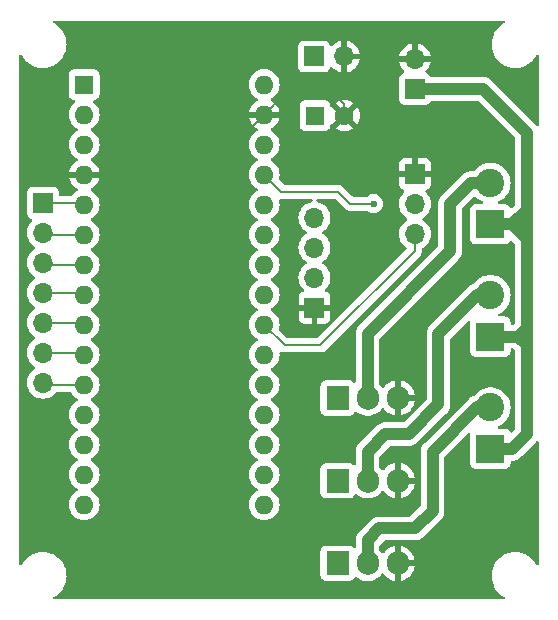
<source format=gbr>
%TF.GenerationSoftware,KiCad,Pcbnew,8.0.2*%
%TF.CreationDate,2025-02-28T20:58:28+01:00*%
%TF.ProjectId,K-Pillar,4b2d5069-6c6c-4617-922e-6b696361645f,rev?*%
%TF.SameCoordinates,Original*%
%TF.FileFunction,Copper,L2,Bot*%
%TF.FilePolarity,Positive*%
%FSLAX46Y46*%
G04 Gerber Fmt 4.6, Leading zero omitted, Abs format (unit mm)*
G04 Created by KiCad (PCBNEW 8.0.2) date 2025-02-28 20:58:28*
%MOMM*%
%LPD*%
G01*
G04 APERTURE LIST*
%TA.AperFunction,ComponentPad*%
%ADD10R,1.700000X1.700000*%
%TD*%
%TA.AperFunction,ComponentPad*%
%ADD11O,1.700000X1.700000*%
%TD*%
%TA.AperFunction,ComponentPad*%
%ADD12R,2.400000X2.400000*%
%TD*%
%TA.AperFunction,ComponentPad*%
%ADD13C,2.400000*%
%TD*%
%TA.AperFunction,ComponentPad*%
%ADD14R,1.905000X2.000000*%
%TD*%
%TA.AperFunction,ComponentPad*%
%ADD15O,1.905000X2.000000*%
%TD*%
%TA.AperFunction,ComponentPad*%
%ADD16R,1.600000X1.600000*%
%TD*%
%TA.AperFunction,ComponentPad*%
%ADD17O,1.600000X1.600000*%
%TD*%
%TA.AperFunction,ComponentPad*%
%ADD18C,1.600000*%
%TD*%
%TA.AperFunction,ViaPad*%
%ADD19C,0.600000*%
%TD*%
%TA.AperFunction,Conductor*%
%ADD20C,0.200000*%
%TD*%
%TA.AperFunction,Conductor*%
%ADD21C,1.000000*%
%TD*%
G04 APERTURE END LIST*
D10*
%TO.P,J1,1,Pin_1*%
%TO.N,GND*%
X51000000Y-44800000D03*
D11*
%TO.P,J1,2,Pin_2*%
%TO.N,+5V*%
X51000000Y-42260000D03*
%TO.P,J1,3,Pin_3*%
%TO.N,Net-(A1-A4)*%
X51000000Y-39720000D03*
%TO.P,J1,4,Pin_4*%
%TO.N,Net-(A1-A5)*%
X51000000Y-37180000D03*
%TD*%
D10*
%TO.P,J2,1,Pin_1*%
%TO.N,Net-(A1-D2)*%
X28000000Y-35920000D03*
D11*
%TO.P,J2,2,Pin_2*%
%TO.N,Net-(A1-D3)*%
X28000000Y-38460000D03*
%TO.P,J2,3,Pin_3*%
%TO.N,Net-(A1-D4)*%
X28000000Y-41000000D03*
%TO.P,J2,4,Pin_4*%
%TO.N,Net-(A1-D5)*%
X28000000Y-43540000D03*
%TO.P,J2,5,Pin_5*%
%TO.N,Net-(A1-D6)*%
X28000000Y-46080000D03*
%TO.P,J2,6,Pin_6*%
%TO.N,Net-(A1-D7)*%
X28000000Y-48620000D03*
%TO.P,J2,7,Pin_7*%
%TO.N,Net-(A1-D8)*%
X28000000Y-51160000D03*
%TD*%
D10*
%TO.P,12V1,1,Pin_1*%
%TO.N,+12V*%
X59500000Y-26275000D03*
D11*
%TO.P,12V1,2,Pin_2*%
%TO.N,GND*%
X59500000Y-23735000D03*
%TD*%
D12*
%TO.P,M1,1,+*%
%TO.N,+12V*%
X65900000Y-56750000D03*
D13*
%TO.P,M1,2,-*%
%TO.N,Net-(M1--)*%
X65900000Y-53250000D03*
%TD*%
D12*
%TO.P,M3,1,+*%
%TO.N,+12V*%
X65900000Y-37750000D03*
D13*
%TO.P,M3,2,-*%
%TO.N,Net-(M3--)*%
X65900000Y-34250000D03*
%TD*%
D14*
%TO.P,Q2,1,G*%
%TO.N,PUMP2*%
X52960000Y-59445000D03*
D15*
%TO.P,Q2,2,D*%
%TO.N,Net-(M2--)*%
X55500000Y-59445000D03*
%TO.P,Q2,3,S*%
%TO.N,GND*%
X58040000Y-59445000D03*
%TD*%
D16*
%TO.P,A1,1,D1/TX*%
%TO.N,unconnected-(A1-D1{slash}TX-Pad1)*%
X31500000Y-25920000D03*
D17*
%TO.P,A1,2,D0/RX*%
%TO.N,unconnected-(A1-D0{slash}RX-Pad2)*%
X31500000Y-28460000D03*
%TO.P,A1,3,~{RESET}*%
%TO.N,unconnected-(A1-~{RESET}-Pad3)*%
X31500000Y-31000000D03*
%TO.P,A1,4,GND*%
%TO.N,GND*%
X31500000Y-33540000D03*
%TO.P,A1,5,D2*%
%TO.N,Net-(A1-D2)*%
X31500000Y-36080000D03*
%TO.P,A1,6,D3*%
%TO.N,Net-(A1-D3)*%
X31500000Y-38620000D03*
%TO.P,A1,7,D4*%
%TO.N,Net-(A1-D4)*%
X31500000Y-41160000D03*
%TO.P,A1,8,D5*%
%TO.N,Net-(A1-D5)*%
X31500000Y-43700000D03*
%TO.P,A1,9,D6*%
%TO.N,Net-(A1-D6)*%
X31500000Y-46240000D03*
%TO.P,A1,10,D7*%
%TO.N,Net-(A1-D7)*%
X31500000Y-48780000D03*
%TO.P,A1,11,D8*%
%TO.N,Net-(A1-D8)*%
X31500000Y-51320000D03*
%TO.P,A1,12,D9*%
%TO.N,unconnected-(A1-D9-Pad12)*%
X31500000Y-53860000D03*
%TO.P,A1,13,D10*%
%TO.N,unconnected-(A1-D10-Pad13)*%
X31500000Y-56400000D03*
%TO.P,A1,14,D11*%
%TO.N,unconnected-(A1-D11-Pad14)*%
X31500000Y-58940000D03*
%TO.P,A1,15,D12*%
%TO.N,unconnected-(A1-D12-Pad15)*%
X31500000Y-61480000D03*
%TO.P,A1,16,D13*%
%TO.N,unconnected-(A1-D13-Pad16)*%
X46740000Y-61480000D03*
%TO.P,A1,17,3V3*%
%TO.N,unconnected-(A1-3V3-Pad17)*%
X46740000Y-58940000D03*
%TO.P,A1,18,AREF*%
%TO.N,unconnected-(A1-AREF-Pad18)*%
X46740000Y-56400000D03*
%TO.P,A1,19,A0*%
%TO.N,PUMP1*%
X46740000Y-53860000D03*
%TO.P,A1,20,A1*%
%TO.N,PUMP2*%
X46740000Y-51320000D03*
%TO.P,A1,21,A2*%
%TO.N,PUMP3*%
X46740000Y-48780000D03*
%TO.P,A1,22,A3*%
%TO.N,Net-(A1-A3)*%
X46740000Y-46240000D03*
%TO.P,A1,23,A4*%
%TO.N,Net-(A1-A4)*%
X46740000Y-43700000D03*
%TO.P,A1,24,A5*%
%TO.N,Net-(A1-A5)*%
X46740000Y-41160000D03*
%TO.P,A1,25,A6*%
%TO.N,unconnected-(A1-A6-Pad25)*%
X46740000Y-38620000D03*
%TO.P,A1,26,A7*%
%TO.N,unconnected-(A1-A7-Pad26)*%
X46740000Y-36080000D03*
%TO.P,A1,27,+5V*%
%TO.N,+5V*%
X46740000Y-33540000D03*
%TO.P,A1,28,~{RESET}*%
%TO.N,unconnected-(A1-~{RESET}-Pad28)*%
X46740000Y-31000000D03*
%TO.P,A1,29,GND*%
%TO.N,GND*%
X46740000Y-28460000D03*
%TO.P,A1,30,VIN*%
%TO.N,unconnected-(A1-VIN-Pad30)*%
X46740000Y-25920000D03*
%TD*%
D12*
%TO.P,M2,1,+*%
%TO.N,+12V*%
X65900000Y-47250000D03*
D13*
%TO.P,M2,2,-*%
%TO.N,Net-(M2--)*%
X65900000Y-43750000D03*
%TD*%
D10*
%TO.P,5V1,1,Pin_1*%
%TO.N,+5V*%
X50965000Y-23540000D03*
D11*
%TO.P,5V1,2,Pin_2*%
%TO.N,GND*%
X53505000Y-23540000D03*
%TD*%
D14*
%TO.P,Q3,1,G*%
%TO.N,PUMP3*%
X52960000Y-52445000D03*
D15*
%TO.P,Q3,2,D*%
%TO.N,Net-(M3--)*%
X55500000Y-52445000D03*
%TO.P,Q3,3,S*%
%TO.N,GND*%
X58040000Y-52445000D03*
%TD*%
D14*
%TO.P,Q1,1,G*%
%TO.N,PUMP1*%
X52960000Y-66445000D03*
D15*
%TO.P,Q1,2,D*%
%TO.N,Net-(M1--)*%
X55500000Y-66445000D03*
%TO.P,Q1,3,S*%
%TO.N,GND*%
X58040000Y-66445000D03*
%TD*%
D10*
%TO.P,J3,1,Pin_1*%
%TO.N,GND*%
X59500000Y-33475000D03*
D11*
%TO.P,J3,2,Pin_2*%
%TO.N,+5V*%
X59500000Y-36015000D03*
%TO.P,J3,3,Pin_3*%
%TO.N,Net-(A1-A3)*%
X59500000Y-38555000D03*
%TD*%
D16*
%TO.P,C2,1*%
%TO.N,+5V*%
X51034888Y-28540000D03*
D18*
%TO.P,C2,2*%
%TO.N,GND*%
X53534888Y-28540000D03*
%TD*%
D19*
%TO.N,+5V*%
X56000000Y-36000000D03*
%TD*%
D20*
%TO.N,Net-(A1-D4)*%
X28160000Y-41160000D02*
X28000000Y-41000000D01*
X31500000Y-41160000D02*
X28160000Y-41160000D01*
%TO.N,Net-(A1-A3)*%
X59500000Y-38555000D02*
X59500000Y-40000000D01*
X59500000Y-40000000D02*
X51500000Y-48000000D01*
X51500000Y-48000000D02*
X48500000Y-48000000D01*
X48500000Y-48000000D02*
X46740000Y-46240000D01*
%TO.N,Net-(A1-D2)*%
X28000000Y-35920000D02*
X31340000Y-35920000D01*
X31340000Y-35920000D02*
X31500000Y-36080000D01*
%TO.N,Net-(A1-D5)*%
X28000000Y-43540000D02*
X31340000Y-43540000D01*
X31340000Y-43540000D02*
X31500000Y-43700000D01*
%TO.N,GND*%
X41660000Y-33540000D02*
X31500000Y-33540000D01*
X52500000Y-26500000D02*
X48700000Y-26500000D01*
X53534888Y-28540000D02*
X53534888Y-27534888D01*
X53534888Y-27534888D02*
X52500000Y-26500000D01*
X46740000Y-28460000D02*
X41660000Y-33540000D01*
X48700000Y-26500000D02*
X46740000Y-28460000D01*
%TO.N,Net-(A1-D3)*%
X28160000Y-38620000D02*
X28000000Y-38460000D01*
X31500000Y-38620000D02*
X28160000Y-38620000D01*
%TO.N,Net-(A1-D7)*%
X31340000Y-48620000D02*
X31500000Y-48780000D01*
X28000000Y-48620000D02*
X31340000Y-48620000D01*
%TO.N,+5V*%
X54000000Y-36000000D02*
X53000000Y-35000000D01*
X56000000Y-36000000D02*
X54000000Y-36000000D01*
X48200000Y-35000000D02*
X46740000Y-33540000D01*
X53000000Y-35000000D02*
X48200000Y-35000000D01*
%TO.N,Net-(A1-D6)*%
X31340000Y-46080000D02*
X31500000Y-46240000D01*
X28000000Y-46080000D02*
X31340000Y-46080000D01*
%TO.N,Net-(A1-D8)*%
X28000000Y-51160000D02*
X28160000Y-51320000D01*
X28160000Y-51320000D02*
X31500000Y-51320000D01*
D21*
%TO.N,Net-(M1--)*%
X59500000Y-63500000D02*
X61000000Y-62000000D01*
X55500000Y-64500000D02*
X56500000Y-63500000D01*
X61000000Y-57000000D02*
X64750000Y-53250000D01*
X61000000Y-62000000D02*
X61000000Y-57000000D01*
X55500000Y-66445000D02*
X55500000Y-64500000D01*
X64750000Y-53250000D02*
X65900000Y-53250000D01*
X56500000Y-63500000D02*
X59500000Y-63500000D01*
%TO.N,+12V*%
X69000000Y-39000000D02*
X67750000Y-37750000D01*
X69000000Y-46500000D02*
X69000000Y-39000000D01*
X67750000Y-56750000D02*
X65900000Y-56750000D01*
X65900000Y-47250000D02*
X68250000Y-47250000D01*
X68750000Y-37750000D02*
X67750000Y-37750000D01*
X69000000Y-48000000D02*
X69000000Y-46500000D01*
X65275000Y-26275000D02*
X69000000Y-30000000D01*
X68250000Y-47250000D02*
X69000000Y-48000000D01*
X69000000Y-36500000D02*
X67750000Y-37750000D01*
X69000000Y-55500000D02*
X67750000Y-56750000D01*
X69000000Y-36500000D02*
X69000000Y-37500000D01*
X59500000Y-26275000D02*
X65275000Y-26275000D01*
X69000000Y-37500000D02*
X69000000Y-39000000D01*
X67750000Y-37750000D02*
X65900000Y-37750000D01*
X68250000Y-47250000D02*
X69000000Y-46500000D01*
X69000000Y-48000000D02*
X69000000Y-55500000D01*
X69000000Y-37500000D02*
X68750000Y-37750000D01*
X69000000Y-30000000D02*
X69000000Y-36500000D01*
%TO.N,Net-(M2--)*%
X61500000Y-53000000D02*
X61500000Y-47000000D01*
X64750000Y-43750000D02*
X65900000Y-43750000D01*
X61500000Y-47000000D02*
X64750000Y-43750000D01*
X55500000Y-57000000D02*
X57000000Y-55500000D01*
X55500000Y-59445000D02*
X55500000Y-57000000D01*
X57000000Y-55500000D02*
X59000000Y-55500000D01*
X59000000Y-55500000D02*
X61500000Y-53000000D01*
%TO.N,Net-(M3--)*%
X55500000Y-52445000D02*
X55500000Y-47000000D01*
X64250000Y-34250000D02*
X65900000Y-34250000D01*
X55500000Y-47000000D02*
X62500000Y-40000000D01*
X62500000Y-40000000D02*
X62500000Y-36000000D01*
X62500000Y-36000000D02*
X64250000Y-34250000D01*
%TD*%
%TA.AperFunction,Conductor*%
%TO.N,GND*%
G36*
X67068783Y-20520185D02*
G01*
X67114538Y-20572989D01*
X67124482Y-20642147D01*
X67095457Y-20705703D01*
X67061171Y-20733332D01*
X66915690Y-20812770D01*
X66915682Y-20812775D01*
X66686612Y-20984254D01*
X66686594Y-20984270D01*
X66484270Y-21186594D01*
X66484254Y-21186612D01*
X66312775Y-21415682D01*
X66312770Y-21415690D01*
X66175635Y-21666833D01*
X66075628Y-21934962D01*
X66014804Y-22214566D01*
X65994390Y-22499998D01*
X65994390Y-22500001D01*
X66014804Y-22785433D01*
X66075628Y-23065037D01*
X66075630Y-23065043D01*
X66075631Y-23065046D01*
X66159535Y-23290000D01*
X66175635Y-23333166D01*
X66312770Y-23584309D01*
X66312775Y-23584317D01*
X66484254Y-23813387D01*
X66484270Y-23813405D01*
X66686594Y-24015729D01*
X66686612Y-24015745D01*
X66915682Y-24187224D01*
X66915690Y-24187229D01*
X67166833Y-24324364D01*
X67166832Y-24324364D01*
X67166836Y-24324365D01*
X67166839Y-24324367D01*
X67434954Y-24424369D01*
X67434960Y-24424370D01*
X67434962Y-24424371D01*
X67714566Y-24485195D01*
X67714568Y-24485195D01*
X67714572Y-24485196D01*
X67968220Y-24503337D01*
X67999999Y-24505610D01*
X68000000Y-24505610D01*
X68000001Y-24505610D01*
X68028595Y-24503564D01*
X68285428Y-24485196D01*
X68565046Y-24424369D01*
X68833161Y-24324367D01*
X69084315Y-24187226D01*
X69313395Y-24015739D01*
X69515739Y-23813395D01*
X69687226Y-23584315D01*
X69741457Y-23484999D01*
X69766668Y-23438829D01*
X69816073Y-23389424D01*
X69884346Y-23374572D01*
X69949811Y-23398989D01*
X69991682Y-23454923D01*
X69999500Y-23498256D01*
X69999500Y-29286608D01*
X69979815Y-29353647D01*
X69927011Y-29399402D01*
X69857853Y-29409346D01*
X69794297Y-29380321D01*
X69779647Y-29365273D01*
X69777138Y-29362216D01*
X66059209Y-25644289D01*
X66059206Y-25644285D01*
X66059206Y-25644286D01*
X66052139Y-25637219D01*
X66052139Y-25637218D01*
X65912782Y-25497861D01*
X65912781Y-25497860D01*
X65912780Y-25497859D01*
X65748920Y-25388371D01*
X65748911Y-25388366D01*
X65676315Y-25358296D01*
X65620165Y-25335038D01*
X65566836Y-25312949D01*
X65566832Y-25312948D01*
X65566828Y-25312946D01*
X65470188Y-25293724D01*
X65373544Y-25274500D01*
X65373541Y-25274500D01*
X60914141Y-25274500D01*
X60847102Y-25254815D01*
X60801347Y-25202011D01*
X60797969Y-25193859D01*
X60793796Y-25182669D01*
X60793793Y-25182665D01*
X60793793Y-25182664D01*
X60707547Y-25067455D01*
X60707544Y-25067452D01*
X60592335Y-24981206D01*
X60592328Y-24981202D01*
X60460401Y-24931997D01*
X60404467Y-24890126D01*
X60380050Y-24824662D01*
X60394902Y-24756389D01*
X60416053Y-24728133D01*
X60538108Y-24606078D01*
X60673600Y-24412578D01*
X60773429Y-24198492D01*
X60773432Y-24198486D01*
X60830636Y-23985000D01*
X59933012Y-23985000D01*
X59965925Y-23927993D01*
X60000000Y-23800826D01*
X60000000Y-23669174D01*
X59965925Y-23542007D01*
X59933012Y-23485000D01*
X60830636Y-23485000D01*
X60830635Y-23484999D01*
X60773432Y-23271513D01*
X60773429Y-23271507D01*
X60673600Y-23057422D01*
X60673599Y-23057420D01*
X60538113Y-22863926D01*
X60538108Y-22863920D01*
X60371082Y-22696894D01*
X60177578Y-22561399D01*
X59963492Y-22461570D01*
X59963486Y-22461567D01*
X59750000Y-22404364D01*
X59750000Y-23301988D01*
X59692993Y-23269075D01*
X59565826Y-23235000D01*
X59434174Y-23235000D01*
X59307007Y-23269075D01*
X59250000Y-23301988D01*
X59250000Y-22404364D01*
X59249999Y-22404364D01*
X59036513Y-22461567D01*
X59036507Y-22461570D01*
X58822422Y-22561399D01*
X58822420Y-22561400D01*
X58628926Y-22696886D01*
X58628920Y-22696891D01*
X58461891Y-22863920D01*
X58461886Y-22863926D01*
X58326400Y-23057420D01*
X58326399Y-23057422D01*
X58226570Y-23271507D01*
X58226567Y-23271513D01*
X58169364Y-23484999D01*
X58169364Y-23485000D01*
X59066988Y-23485000D01*
X59034075Y-23542007D01*
X59000000Y-23669174D01*
X59000000Y-23800826D01*
X59034075Y-23927993D01*
X59066988Y-23985000D01*
X58169364Y-23985000D01*
X58226567Y-24198486D01*
X58226570Y-24198492D01*
X58326399Y-24412578D01*
X58461894Y-24606082D01*
X58583946Y-24728134D01*
X58617431Y-24789457D01*
X58612447Y-24859149D01*
X58570575Y-24915082D01*
X58539598Y-24931997D01*
X58407671Y-24981202D01*
X58407664Y-24981206D01*
X58292455Y-25067452D01*
X58292452Y-25067455D01*
X58206206Y-25182664D01*
X58206202Y-25182671D01*
X58155908Y-25317517D01*
X58149501Y-25377116D01*
X58149500Y-25377135D01*
X58149500Y-27172870D01*
X58149501Y-27172876D01*
X58155908Y-27232483D01*
X58206202Y-27367328D01*
X58206206Y-27367335D01*
X58292452Y-27482544D01*
X58292455Y-27482547D01*
X58407664Y-27568793D01*
X58407671Y-27568797D01*
X58542517Y-27619091D01*
X58542516Y-27619091D01*
X58549444Y-27619835D01*
X58602127Y-27625500D01*
X60397872Y-27625499D01*
X60457483Y-27619091D01*
X60592331Y-27568796D01*
X60707546Y-27482546D01*
X60793796Y-27367331D01*
X60797960Y-27356165D01*
X60839829Y-27300234D01*
X60905293Y-27275816D01*
X60914141Y-27275500D01*
X64809218Y-27275500D01*
X64876257Y-27295185D01*
X64896899Y-27311819D01*
X67963181Y-30378101D01*
X67996666Y-30439424D01*
X67999500Y-30465782D01*
X67999500Y-36034217D01*
X67979815Y-36101256D01*
X67963181Y-36121898D01*
X67743434Y-36341645D01*
X67682111Y-36375130D01*
X67612419Y-36370146D01*
X67556486Y-36328274D01*
X67546921Y-36313392D01*
X67543793Y-36307664D01*
X67457547Y-36192455D01*
X67457544Y-36192452D01*
X67342335Y-36106206D01*
X67342328Y-36106202D01*
X67207482Y-36055908D01*
X67207483Y-36055908D01*
X67147883Y-36049501D01*
X67147881Y-36049500D01*
X67147873Y-36049500D01*
X67147865Y-36049500D01*
X66625829Y-36049500D01*
X66558790Y-36029815D01*
X66513035Y-35977011D01*
X66503091Y-35907853D01*
X66532116Y-35844297D01*
X66572027Y-35813780D01*
X66752634Y-35726805D01*
X66963217Y-35583232D01*
X67150050Y-35409877D01*
X67308959Y-35210612D01*
X67436393Y-34989888D01*
X67529508Y-34752637D01*
X67586222Y-34504157D01*
X67595591Y-34379139D01*
X67605268Y-34250004D01*
X67605268Y-34249995D01*
X67589531Y-34040000D01*
X67586222Y-33995843D01*
X67529508Y-33747363D01*
X67436393Y-33510112D01*
X67308959Y-33289388D01*
X67150050Y-33090123D01*
X66963217Y-32916768D01*
X66752634Y-32773195D01*
X66752630Y-32773193D01*
X66752627Y-32773191D01*
X66752626Y-32773190D01*
X66523006Y-32662612D01*
X66523008Y-32662612D01*
X66279466Y-32587489D01*
X66279462Y-32587488D01*
X66279458Y-32587487D01*
X66158231Y-32569214D01*
X66027440Y-32549500D01*
X66027435Y-32549500D01*
X65772565Y-32549500D01*
X65772559Y-32549500D01*
X65615609Y-32573157D01*
X65520542Y-32587487D01*
X65520539Y-32587488D01*
X65520533Y-32587489D01*
X65276992Y-32662612D01*
X65047373Y-32773190D01*
X65047372Y-32773191D01*
X64836782Y-32916768D01*
X64649952Y-33090121D01*
X64649950Y-33090123D01*
X64560083Y-33202813D01*
X64502894Y-33242953D01*
X64463136Y-33249500D01*
X64151455Y-33249500D01*
X64054812Y-33268724D01*
X63958171Y-33287947D01*
X63958163Y-33287949D01*
X63909238Y-33308215D01*
X63776089Y-33363366D01*
X63776075Y-33363374D01*
X63653045Y-33445579D01*
X63653046Y-33445580D01*
X63612218Y-33472859D01*
X63612215Y-33472862D01*
X62290714Y-34794365D01*
X61862220Y-35222859D01*
X61862218Y-35222861D01*
X61818456Y-35266623D01*
X61722859Y-35362219D01*
X61613371Y-35526080D01*
X61613366Y-35526089D01*
X61561844Y-35650477D01*
X61537949Y-35708163D01*
X61537948Y-35708167D01*
X61535028Y-35722853D01*
X61535026Y-35722861D01*
X61499500Y-35901456D01*
X61499500Y-39534217D01*
X61479815Y-39601256D01*
X61463181Y-39621898D01*
X58165264Y-42919815D01*
X54862221Y-46222858D01*
X54862218Y-46222861D01*
X54792538Y-46292540D01*
X54722859Y-46362219D01*
X54613371Y-46526080D01*
X54613364Y-46526093D01*
X54577691Y-46612218D01*
X54577691Y-46612219D01*
X54537949Y-46708162D01*
X54537949Y-46708164D01*
X54521306Y-46791835D01*
X54499500Y-46901456D01*
X54499500Y-51021408D01*
X54479815Y-51088447D01*
X54427011Y-51134202D01*
X54357853Y-51144146D01*
X54294297Y-51115121D01*
X54276235Y-51095721D01*
X54270046Y-51087454D01*
X54270044Y-51087452D01*
X54154835Y-51001206D01*
X54154828Y-51001202D01*
X54019982Y-50950908D01*
X54019983Y-50950908D01*
X53960383Y-50944501D01*
X53960381Y-50944500D01*
X53960373Y-50944500D01*
X53960364Y-50944500D01*
X51959629Y-50944500D01*
X51959623Y-50944501D01*
X51900016Y-50950908D01*
X51765171Y-51001202D01*
X51765164Y-51001206D01*
X51649955Y-51087452D01*
X51649952Y-51087455D01*
X51563706Y-51202664D01*
X51563702Y-51202671D01*
X51513408Y-51337517D01*
X51507001Y-51397116D01*
X51507000Y-51397135D01*
X51507000Y-53492870D01*
X51507001Y-53492876D01*
X51513408Y-53552483D01*
X51563702Y-53687328D01*
X51563706Y-53687335D01*
X51649952Y-53802544D01*
X51649955Y-53802547D01*
X51765164Y-53888793D01*
X51765171Y-53888797D01*
X51900017Y-53939091D01*
X51900016Y-53939091D01*
X51906944Y-53939835D01*
X51959627Y-53945500D01*
X53960372Y-53945499D01*
X54019983Y-53939091D01*
X54154831Y-53888796D01*
X54270046Y-53802546D01*
X54356296Y-53687331D01*
X54366690Y-53659460D01*
X54408560Y-53603527D01*
X54474023Y-53579108D01*
X54542297Y-53593958D01*
X54555746Y-53602465D01*
X54738462Y-53735217D01*
X54870599Y-53802544D01*
X54942244Y-53839049D01*
X55159751Y-53909721D01*
X55159752Y-53909721D01*
X55159755Y-53909722D01*
X55385646Y-53945500D01*
X55385647Y-53945500D01*
X55614353Y-53945500D01*
X55614354Y-53945500D01*
X55840245Y-53909722D01*
X55840248Y-53909721D01*
X55840249Y-53909721D01*
X56057755Y-53839049D01*
X56057755Y-53839048D01*
X56057758Y-53839048D01*
X56261538Y-53735217D01*
X56446566Y-53600786D01*
X56608286Y-53439066D01*
X56669992Y-53354134D01*
X56725319Y-53311470D01*
X56794932Y-53305491D01*
X56856727Y-53338096D01*
X56870626Y-53354135D01*
X56932097Y-53438741D01*
X56932097Y-53438742D01*
X57093757Y-53600402D01*
X57278723Y-53734788D01*
X57482429Y-53838582D01*
X57699871Y-53909234D01*
X57790000Y-53923509D01*
X57790000Y-52935747D01*
X57827708Y-52957518D01*
X57967591Y-52995000D01*
X58112409Y-52995000D01*
X58252292Y-52957518D01*
X58290000Y-52935747D01*
X58290000Y-53923508D01*
X58380128Y-53909234D01*
X58597570Y-53838582D01*
X58801276Y-53734788D01*
X58986242Y-53600402D01*
X59147902Y-53438742D01*
X59282288Y-53253776D01*
X59386082Y-53050070D01*
X59456734Y-52832628D01*
X59478532Y-52695000D01*
X58530748Y-52695000D01*
X58552518Y-52657292D01*
X58590000Y-52517409D01*
X58590000Y-52372591D01*
X58552518Y-52232708D01*
X58530748Y-52195000D01*
X59478532Y-52195000D01*
X59456734Y-52057371D01*
X59386082Y-51839929D01*
X59282288Y-51636223D01*
X59147902Y-51451257D01*
X58986242Y-51289597D01*
X58801276Y-51155211D01*
X58597568Y-51051417D01*
X58380124Y-50980765D01*
X58290000Y-50966490D01*
X58290000Y-51954252D01*
X58252292Y-51932482D01*
X58112409Y-51895000D01*
X57967591Y-51895000D01*
X57827708Y-51932482D01*
X57790000Y-51954252D01*
X57790000Y-50966490D01*
X57789999Y-50966490D01*
X57699875Y-50980765D01*
X57482431Y-51051417D01*
X57278723Y-51155211D01*
X57093757Y-51289597D01*
X56932097Y-51451257D01*
X56870627Y-51535864D01*
X56815297Y-51578529D01*
X56745684Y-51584508D01*
X56683889Y-51551902D01*
X56669991Y-51535864D01*
X56608286Y-51450934D01*
X56536819Y-51379467D01*
X56503334Y-51318144D01*
X56500500Y-51291786D01*
X56500500Y-47465781D01*
X56520185Y-47398742D01*
X56536814Y-47378105D01*
X63137778Y-40777141D01*
X63137782Y-40777139D01*
X63277139Y-40637782D01*
X63386632Y-40473914D01*
X63462051Y-40291835D01*
X63465725Y-40273368D01*
X63473996Y-40231790D01*
X63500499Y-40098544D01*
X63500500Y-40098541D01*
X63500500Y-36465782D01*
X63520185Y-36398743D01*
X63536819Y-36378101D01*
X64013464Y-35901456D01*
X64490325Y-35424594D01*
X64551646Y-35391111D01*
X64621337Y-35396095D01*
X64662345Y-35421378D01*
X64836783Y-35583232D01*
X65047366Y-35726805D01*
X65047371Y-35726807D01*
X65047372Y-35726808D01*
X65047373Y-35726809D01*
X65172126Y-35786886D01*
X65227972Y-35813780D01*
X65279832Y-35860602D01*
X65298145Y-35928029D01*
X65277097Y-35994653D01*
X65223371Y-36039321D01*
X65174171Y-36049500D01*
X64652129Y-36049500D01*
X64652123Y-36049501D01*
X64592516Y-36055908D01*
X64457671Y-36106202D01*
X64457664Y-36106206D01*
X64342455Y-36192452D01*
X64342452Y-36192455D01*
X64256206Y-36307664D01*
X64256202Y-36307671D01*
X64205908Y-36442517D01*
X64199501Y-36502116D01*
X64199500Y-36502135D01*
X64199500Y-38997870D01*
X64199501Y-38997876D01*
X64205908Y-39057483D01*
X64256202Y-39192328D01*
X64256206Y-39192335D01*
X64342452Y-39307544D01*
X64342455Y-39307547D01*
X64457664Y-39393793D01*
X64457671Y-39393797D01*
X64592517Y-39444091D01*
X64592516Y-39444091D01*
X64599444Y-39444835D01*
X64652127Y-39450500D01*
X67147872Y-39450499D01*
X67207483Y-39444091D01*
X67342331Y-39393796D01*
X67457546Y-39307546D01*
X67543796Y-39192331D01*
X67543796Y-39192328D01*
X67546920Y-39186610D01*
X67596324Y-39137204D01*
X67664596Y-39122351D01*
X67730061Y-39146766D01*
X67743434Y-39158354D01*
X67963181Y-39378101D01*
X67996666Y-39439424D01*
X67999500Y-39465782D01*
X67999500Y-46034218D01*
X67979815Y-46101257D01*
X67963181Y-46121899D01*
X67871899Y-46213181D01*
X67810576Y-46246666D01*
X67784218Y-46249500D01*
X67724499Y-46249500D01*
X67657460Y-46229815D01*
X67611705Y-46177011D01*
X67600499Y-46125500D01*
X67600499Y-46002129D01*
X67600498Y-46002123D01*
X67594091Y-45942516D01*
X67543797Y-45807671D01*
X67543793Y-45807664D01*
X67457547Y-45692455D01*
X67457544Y-45692452D01*
X67342335Y-45606206D01*
X67342328Y-45606202D01*
X67207482Y-45555908D01*
X67207483Y-45555908D01*
X67147883Y-45549501D01*
X67147881Y-45549500D01*
X67147873Y-45549500D01*
X67147865Y-45549500D01*
X66625829Y-45549500D01*
X66558790Y-45529815D01*
X66513035Y-45477011D01*
X66503091Y-45407853D01*
X66532116Y-45344297D01*
X66572027Y-45313780D01*
X66752634Y-45226805D01*
X66963217Y-45083232D01*
X67150050Y-44909877D01*
X67308959Y-44710612D01*
X67436393Y-44489888D01*
X67529508Y-44252637D01*
X67586222Y-44004157D01*
X67603364Y-43775408D01*
X67605268Y-43750004D01*
X67605268Y-43749995D01*
X67587032Y-43506649D01*
X67586222Y-43495843D01*
X67529508Y-43247363D01*
X67436393Y-43010112D01*
X67308959Y-42789388D01*
X67150050Y-42590123D01*
X66963217Y-42416768D01*
X66752634Y-42273195D01*
X66752630Y-42273193D01*
X66752627Y-42273191D01*
X66752626Y-42273190D01*
X66523006Y-42162612D01*
X66523008Y-42162612D01*
X66279466Y-42087489D01*
X66279462Y-42087488D01*
X66279458Y-42087487D01*
X66158231Y-42069214D01*
X66027440Y-42049500D01*
X66027435Y-42049500D01*
X65772565Y-42049500D01*
X65772559Y-42049500D01*
X65615609Y-42073157D01*
X65520542Y-42087487D01*
X65520539Y-42087488D01*
X65520533Y-42087489D01*
X65276992Y-42162612D01*
X65047373Y-42273190D01*
X65047372Y-42273191D01*
X64836782Y-42416768D01*
X64649952Y-42590121D01*
X64649950Y-42590123D01*
X64526879Y-42744448D01*
X64469690Y-42784588D01*
X64463976Y-42786116D01*
X64463996Y-42786180D01*
X64458163Y-42787949D01*
X64407903Y-42808768D01*
X64407902Y-42808768D01*
X64276092Y-42863364D01*
X64276079Y-42863371D01*
X64112219Y-42972859D01*
X64074970Y-43010109D01*
X63972861Y-43112218D01*
X63972858Y-43112221D01*
X60862221Y-46222858D01*
X60862218Y-46222861D01*
X60792538Y-46292540D01*
X60722859Y-46362219D01*
X60613371Y-46526080D01*
X60613364Y-46526093D01*
X60577691Y-46612218D01*
X60577691Y-46612219D01*
X60537949Y-46708162D01*
X60537949Y-46708164D01*
X60521306Y-46791835D01*
X60499500Y-46901456D01*
X60499500Y-52534218D01*
X60479815Y-52601257D01*
X60463181Y-52621899D01*
X58621899Y-54463181D01*
X58560576Y-54496666D01*
X58534218Y-54499500D01*
X56901456Y-54499500D01*
X56708171Y-54537946D01*
X56708167Y-54537948D01*
X56708165Y-54537948D01*
X56708164Y-54537949D01*
X56632745Y-54569188D01*
X56632743Y-54569189D01*
X56526087Y-54613367D01*
X56526083Y-54613369D01*
X56397721Y-54699137D01*
X56397722Y-54699138D01*
X56362215Y-54722862D01*
X56362212Y-54722865D01*
X55131577Y-55953502D01*
X54862220Y-56222859D01*
X54862218Y-56222861D01*
X54807940Y-56277139D01*
X54722859Y-56362219D01*
X54613371Y-56526079D01*
X54613364Y-56526092D01*
X54537950Y-56708160D01*
X54537947Y-56708170D01*
X54499500Y-56901456D01*
X54499500Y-58021408D01*
X54479815Y-58088447D01*
X54427011Y-58134202D01*
X54357853Y-58144146D01*
X54294297Y-58115121D01*
X54276235Y-58095721D01*
X54270046Y-58087454D01*
X54270044Y-58087452D01*
X54154835Y-58001206D01*
X54154828Y-58001202D01*
X54019982Y-57950908D01*
X54019983Y-57950908D01*
X53960383Y-57944501D01*
X53960381Y-57944500D01*
X53960373Y-57944500D01*
X53960364Y-57944500D01*
X51959629Y-57944500D01*
X51959623Y-57944501D01*
X51900016Y-57950908D01*
X51765171Y-58001202D01*
X51765164Y-58001206D01*
X51649955Y-58087452D01*
X51649952Y-58087455D01*
X51563706Y-58202664D01*
X51563702Y-58202671D01*
X51513408Y-58337517D01*
X51507001Y-58397116D01*
X51507000Y-58397135D01*
X51507000Y-60492870D01*
X51507001Y-60492876D01*
X51513408Y-60552483D01*
X51563702Y-60687328D01*
X51563706Y-60687335D01*
X51649952Y-60802544D01*
X51649955Y-60802547D01*
X51765164Y-60888793D01*
X51765171Y-60888797D01*
X51900017Y-60939091D01*
X51900016Y-60939091D01*
X51906944Y-60939835D01*
X51959627Y-60945500D01*
X53960372Y-60945499D01*
X54019983Y-60939091D01*
X54154831Y-60888796D01*
X54270046Y-60802546D01*
X54356296Y-60687331D01*
X54366690Y-60659460D01*
X54408560Y-60603527D01*
X54474023Y-60579108D01*
X54542297Y-60593958D01*
X54555746Y-60602465D01*
X54738462Y-60735217D01*
X54941327Y-60838582D01*
X54942244Y-60839049D01*
X55159751Y-60909721D01*
X55159752Y-60909721D01*
X55159755Y-60909722D01*
X55385646Y-60945500D01*
X55385647Y-60945500D01*
X55614353Y-60945500D01*
X55614354Y-60945500D01*
X55840245Y-60909722D01*
X55840248Y-60909721D01*
X55840249Y-60909721D01*
X56057755Y-60839049D01*
X56057755Y-60839048D01*
X56057758Y-60839048D01*
X56261538Y-60735217D01*
X56446566Y-60600786D01*
X56608286Y-60439066D01*
X56669992Y-60354134D01*
X56725319Y-60311470D01*
X56794932Y-60305491D01*
X56856727Y-60338096D01*
X56870626Y-60354135D01*
X56932097Y-60438741D01*
X56932097Y-60438742D01*
X57093757Y-60600402D01*
X57278723Y-60734788D01*
X57482429Y-60838582D01*
X57699871Y-60909234D01*
X57790000Y-60923509D01*
X57790000Y-59935747D01*
X57827708Y-59957518D01*
X57967591Y-59995000D01*
X58112409Y-59995000D01*
X58252292Y-59957518D01*
X58290000Y-59935747D01*
X58290000Y-60923508D01*
X58380128Y-60909234D01*
X58597570Y-60838582D01*
X58801276Y-60734788D01*
X58986242Y-60600402D01*
X59147902Y-60438742D01*
X59282288Y-60253776D01*
X59386082Y-60050070D01*
X59456734Y-59832628D01*
X59478532Y-59695000D01*
X58530748Y-59695000D01*
X58552518Y-59657292D01*
X58590000Y-59517409D01*
X58590000Y-59372591D01*
X58552518Y-59232708D01*
X58530748Y-59195000D01*
X59478532Y-59195000D01*
X59456734Y-59057371D01*
X59386082Y-58839929D01*
X59282288Y-58636223D01*
X59147902Y-58451257D01*
X58986242Y-58289597D01*
X58801276Y-58155211D01*
X58597568Y-58051417D01*
X58380124Y-57980765D01*
X58290000Y-57966490D01*
X58290000Y-58954252D01*
X58252292Y-58932482D01*
X58112409Y-58895000D01*
X57967591Y-58895000D01*
X57827708Y-58932482D01*
X57790000Y-58954252D01*
X57790000Y-57966490D01*
X57789999Y-57966490D01*
X57699875Y-57980765D01*
X57482431Y-58051417D01*
X57278723Y-58155211D01*
X57093757Y-58289597D01*
X56932097Y-58451257D01*
X56870627Y-58535864D01*
X56815297Y-58578529D01*
X56745684Y-58584508D01*
X56683889Y-58551902D01*
X56669991Y-58535864D01*
X56608286Y-58450934D01*
X56536819Y-58379467D01*
X56503334Y-58318144D01*
X56500500Y-58291786D01*
X56500500Y-57465782D01*
X56520185Y-57398743D01*
X56536819Y-57378101D01*
X57378102Y-56536819D01*
X57439425Y-56503334D01*
X57465783Y-56500500D01*
X59098542Y-56500500D01*
X59117870Y-56496655D01*
X59195188Y-56481275D01*
X59291836Y-56462051D01*
X59345165Y-56439961D01*
X59473914Y-56386632D01*
X59637782Y-56277139D01*
X59777139Y-56137782D01*
X59777140Y-56137779D01*
X59784206Y-56130714D01*
X59784209Y-56130710D01*
X62137778Y-53777141D01*
X62137782Y-53777139D01*
X62277139Y-53637782D01*
X62386632Y-53473914D01*
X62462051Y-53291835D01*
X62500500Y-53098541D01*
X62500500Y-47465781D01*
X62520185Y-47398742D01*
X62536814Y-47378105D01*
X63987819Y-45927099D01*
X64049142Y-45893615D01*
X64118834Y-45898599D01*
X64174767Y-45940471D01*
X64199184Y-46005935D01*
X64199500Y-46014781D01*
X64199500Y-48497870D01*
X64199501Y-48497876D01*
X64205908Y-48557483D01*
X64256202Y-48692328D01*
X64256206Y-48692335D01*
X64342452Y-48807544D01*
X64342455Y-48807547D01*
X64457664Y-48893793D01*
X64457671Y-48893797D01*
X64592517Y-48944091D01*
X64592516Y-48944091D01*
X64599444Y-48944835D01*
X64652127Y-48950500D01*
X67147872Y-48950499D01*
X67207483Y-48944091D01*
X67342331Y-48893796D01*
X67457546Y-48807546D01*
X67543796Y-48692331D01*
X67594091Y-48557483D01*
X67600500Y-48497873D01*
X67600500Y-48374500D01*
X67620185Y-48307461D01*
X67672989Y-48261706D01*
X67724500Y-48250500D01*
X67784218Y-48250500D01*
X67851257Y-48270185D01*
X67871899Y-48286819D01*
X67963181Y-48378101D01*
X67996666Y-48439424D01*
X67999500Y-48465782D01*
X67999500Y-55034217D01*
X67979815Y-55101256D01*
X67963181Y-55121898D01*
X67743434Y-55341645D01*
X67682111Y-55375130D01*
X67612419Y-55370146D01*
X67556486Y-55328274D01*
X67546921Y-55313392D01*
X67543793Y-55307664D01*
X67457547Y-55192455D01*
X67457544Y-55192452D01*
X67342335Y-55106206D01*
X67342328Y-55106202D01*
X67207482Y-55055908D01*
X67207483Y-55055908D01*
X67147883Y-55049501D01*
X67147881Y-55049500D01*
X67147873Y-55049500D01*
X67147865Y-55049500D01*
X66625829Y-55049500D01*
X66558790Y-55029815D01*
X66513035Y-54977011D01*
X66503091Y-54907853D01*
X66532116Y-54844297D01*
X66572027Y-54813780D01*
X66752634Y-54726805D01*
X66963217Y-54583232D01*
X67150050Y-54409877D01*
X67308959Y-54210612D01*
X67436393Y-53989888D01*
X67529508Y-53752637D01*
X67586222Y-53504157D01*
X67602133Y-53291835D01*
X67605268Y-53250004D01*
X67605268Y-53249995D01*
X67588097Y-53020861D01*
X67586222Y-52995843D01*
X67529508Y-52747363D01*
X67436393Y-52510112D01*
X67308959Y-52289388D01*
X67150050Y-52090123D01*
X66963217Y-51916768D01*
X66752634Y-51773195D01*
X66752630Y-51773193D01*
X66752627Y-51773191D01*
X66752626Y-51773190D01*
X66523006Y-51662612D01*
X66523008Y-51662612D01*
X66279466Y-51587489D01*
X66279462Y-51587488D01*
X66279458Y-51587487D01*
X66158231Y-51569214D01*
X66027440Y-51549500D01*
X66027435Y-51549500D01*
X65772565Y-51549500D01*
X65772559Y-51549500D01*
X65615609Y-51573157D01*
X65520542Y-51587487D01*
X65520539Y-51587488D01*
X65520533Y-51587489D01*
X65276992Y-51662612D01*
X65047373Y-51773190D01*
X65047372Y-51773191D01*
X64836782Y-51916768D01*
X64649952Y-52090121D01*
X64649950Y-52090123D01*
X64526879Y-52244448D01*
X64469690Y-52284588D01*
X64463976Y-52286116D01*
X64463996Y-52286180D01*
X64458163Y-52287949D01*
X64407903Y-52308768D01*
X64407902Y-52308768D01*
X64276092Y-52363364D01*
X64276079Y-52363371D01*
X64112219Y-52472859D01*
X64074970Y-52510109D01*
X63972861Y-52612218D01*
X63972858Y-52612221D01*
X60362221Y-56222858D01*
X60362218Y-56222861D01*
X60307940Y-56277139D01*
X60222859Y-56362219D01*
X60113371Y-56526079D01*
X60113364Y-56526092D01*
X60037950Y-56708160D01*
X60037947Y-56708170D01*
X59999500Y-56901456D01*
X59999500Y-61534217D01*
X59979815Y-61601256D01*
X59963181Y-61621898D01*
X59121899Y-62463181D01*
X59060576Y-62496666D01*
X59034218Y-62499500D01*
X56604675Y-62499500D01*
X56604655Y-62499499D01*
X56598541Y-62499499D01*
X56401460Y-62499499D01*
X56401457Y-62499499D01*
X56208172Y-62537946D01*
X56208164Y-62537948D01*
X56026088Y-62613366D01*
X56026079Y-62613371D01*
X55862219Y-62722859D01*
X55862215Y-62722862D01*
X54862220Y-63722859D01*
X54862218Y-63722861D01*
X54792538Y-63792540D01*
X54722859Y-63862219D01*
X54613371Y-64026079D01*
X54613364Y-64026092D01*
X54537950Y-64208160D01*
X54537947Y-64208170D01*
X54499500Y-64401456D01*
X54499500Y-65021408D01*
X54479815Y-65088447D01*
X54427011Y-65134202D01*
X54357853Y-65144146D01*
X54294297Y-65115121D01*
X54276235Y-65095721D01*
X54270046Y-65087454D01*
X54270044Y-65087452D01*
X54154835Y-65001206D01*
X54154828Y-65001202D01*
X54019982Y-64950908D01*
X54019983Y-64950908D01*
X53960383Y-64944501D01*
X53960381Y-64944500D01*
X53960373Y-64944500D01*
X53960364Y-64944500D01*
X51959629Y-64944500D01*
X51959623Y-64944501D01*
X51900016Y-64950908D01*
X51765171Y-65001202D01*
X51765164Y-65001206D01*
X51649955Y-65087452D01*
X51649952Y-65087455D01*
X51563706Y-65202664D01*
X51563702Y-65202671D01*
X51513408Y-65337517D01*
X51507001Y-65397116D01*
X51507000Y-65397135D01*
X51507000Y-67492870D01*
X51507001Y-67492876D01*
X51513408Y-67552483D01*
X51563702Y-67687328D01*
X51563706Y-67687335D01*
X51649952Y-67802544D01*
X51649955Y-67802547D01*
X51765164Y-67888793D01*
X51765171Y-67888797D01*
X51900017Y-67939091D01*
X51900016Y-67939091D01*
X51906944Y-67939835D01*
X51959627Y-67945500D01*
X53960372Y-67945499D01*
X54019983Y-67939091D01*
X54154831Y-67888796D01*
X54270046Y-67802546D01*
X54356296Y-67687331D01*
X54366690Y-67659460D01*
X54408560Y-67603527D01*
X54474023Y-67579108D01*
X54542297Y-67593958D01*
X54555746Y-67602465D01*
X54738462Y-67735217D01*
X54837007Y-67785428D01*
X54942244Y-67839049D01*
X55159751Y-67909721D01*
X55159752Y-67909721D01*
X55159755Y-67909722D01*
X55385646Y-67945500D01*
X55385647Y-67945500D01*
X55614353Y-67945500D01*
X55614354Y-67945500D01*
X55840245Y-67909722D01*
X55840248Y-67909721D01*
X55840249Y-67909721D01*
X56057755Y-67839049D01*
X56057755Y-67839048D01*
X56057758Y-67839048D01*
X56261538Y-67735217D01*
X56446566Y-67600786D01*
X56608286Y-67439066D01*
X56669992Y-67354134D01*
X56725319Y-67311470D01*
X56794932Y-67305491D01*
X56856727Y-67338096D01*
X56870626Y-67354135D01*
X56932097Y-67438741D01*
X56932097Y-67438742D01*
X57093757Y-67600402D01*
X57278723Y-67734788D01*
X57482429Y-67838582D01*
X57699871Y-67909234D01*
X57790000Y-67923509D01*
X57790000Y-66935747D01*
X57827708Y-66957518D01*
X57967591Y-66995000D01*
X58112409Y-66995000D01*
X58252292Y-66957518D01*
X58290000Y-66935747D01*
X58290000Y-67923508D01*
X58380128Y-67909234D01*
X58597570Y-67838582D01*
X58801276Y-67734788D01*
X58986242Y-67600402D01*
X59147902Y-67438742D01*
X59282288Y-67253776D01*
X59386082Y-67050070D01*
X59456734Y-66832628D01*
X59478532Y-66695000D01*
X58530748Y-66695000D01*
X58552518Y-66657292D01*
X58590000Y-66517409D01*
X58590000Y-66372591D01*
X58552518Y-66232708D01*
X58530748Y-66195000D01*
X59478532Y-66195000D01*
X59456734Y-66057371D01*
X59386082Y-65839929D01*
X59282288Y-65636223D01*
X59147902Y-65451257D01*
X58986242Y-65289597D01*
X58801276Y-65155211D01*
X58597568Y-65051417D01*
X58380124Y-64980765D01*
X58290000Y-64966490D01*
X58290000Y-65954252D01*
X58252292Y-65932482D01*
X58112409Y-65895000D01*
X57967591Y-65895000D01*
X57827708Y-65932482D01*
X57790000Y-65954252D01*
X57790000Y-64966490D01*
X57789999Y-64966490D01*
X57699875Y-64980765D01*
X57482431Y-65051417D01*
X57278723Y-65155211D01*
X57093757Y-65289597D01*
X56932097Y-65451257D01*
X56870627Y-65535864D01*
X56815297Y-65578529D01*
X56745684Y-65584508D01*
X56683889Y-65551902D01*
X56669991Y-65535864D01*
X56654690Y-65514804D01*
X56608286Y-65450934D01*
X56536819Y-65379467D01*
X56503334Y-65318144D01*
X56500500Y-65291786D01*
X56500500Y-64965782D01*
X56520185Y-64898743D01*
X56536819Y-64878101D01*
X56878102Y-64536819D01*
X56939425Y-64503334D01*
X56965783Y-64500500D01*
X59598542Y-64500500D01*
X59617870Y-64496655D01*
X59695188Y-64481275D01*
X59791836Y-64462051D01*
X59845165Y-64439961D01*
X59973914Y-64386632D01*
X60137782Y-64277139D01*
X60277139Y-64137782D01*
X60277139Y-64137780D01*
X60287347Y-64127573D01*
X60287348Y-64127570D01*
X61777139Y-62637782D01*
X61869536Y-62499500D01*
X61886632Y-62473914D01*
X61931069Y-62366632D01*
X61962051Y-62291836D01*
X62000500Y-62098541D01*
X62000500Y-61901460D01*
X62000500Y-57465781D01*
X62020185Y-57398742D01*
X62036814Y-57378105D01*
X63987819Y-55427099D01*
X64049142Y-55393615D01*
X64118834Y-55398599D01*
X64174767Y-55440471D01*
X64199184Y-55505935D01*
X64199500Y-55514781D01*
X64199500Y-57997870D01*
X64199501Y-57997876D01*
X64205908Y-58057483D01*
X64256202Y-58192328D01*
X64256206Y-58192335D01*
X64342452Y-58307544D01*
X64342455Y-58307547D01*
X64457664Y-58393793D01*
X64457671Y-58393797D01*
X64592517Y-58444091D01*
X64592516Y-58444091D01*
X64599444Y-58444835D01*
X64652127Y-58450500D01*
X67147872Y-58450499D01*
X67207483Y-58444091D01*
X67342331Y-58393796D01*
X67457546Y-58307546D01*
X67543796Y-58192331D01*
X67594091Y-58057483D01*
X67600500Y-57997873D01*
X67600500Y-57874500D01*
X67620185Y-57807461D01*
X67672989Y-57761706D01*
X67724500Y-57750500D01*
X67848542Y-57750500D01*
X67867870Y-57746655D01*
X67945188Y-57731275D01*
X68041836Y-57712051D01*
X68105609Y-57685635D01*
X68223914Y-57636632D01*
X68387782Y-57527139D01*
X68527139Y-57387782D01*
X68527140Y-57387779D01*
X68534206Y-57380714D01*
X68534209Y-57380710D01*
X69637778Y-56277141D01*
X69637782Y-56277139D01*
X69777139Y-56137782D01*
X69777144Y-56137773D01*
X69779643Y-56134730D01*
X69781362Y-56133558D01*
X69781447Y-56133474D01*
X69781463Y-56133490D01*
X69837387Y-56095393D01*
X69907232Y-56093520D01*
X69967002Y-56129704D01*
X69997721Y-56192459D01*
X69999500Y-56213391D01*
X69999500Y-66501743D01*
X69979815Y-66568782D01*
X69927011Y-66614537D01*
X69857853Y-66624481D01*
X69794297Y-66595456D01*
X69766668Y-66561170D01*
X69687229Y-66415690D01*
X69687224Y-66415682D01*
X69515745Y-66186612D01*
X69515729Y-66186594D01*
X69313405Y-65984270D01*
X69313387Y-65984254D01*
X69084317Y-65812775D01*
X69084309Y-65812770D01*
X68833166Y-65675635D01*
X68833167Y-65675635D01*
X68725915Y-65635632D01*
X68565046Y-65575631D01*
X68565043Y-65575630D01*
X68565037Y-65575628D01*
X68285433Y-65514804D01*
X68000001Y-65494390D01*
X67999999Y-65494390D01*
X67714566Y-65514804D01*
X67434962Y-65575628D01*
X67166833Y-65675635D01*
X66915690Y-65812770D01*
X66915682Y-65812775D01*
X66686612Y-65984254D01*
X66686594Y-65984270D01*
X66484270Y-66186594D01*
X66484254Y-66186612D01*
X66312775Y-66415682D01*
X66312770Y-66415690D01*
X66175635Y-66666833D01*
X66075628Y-66934962D01*
X66014804Y-67214566D01*
X65994390Y-67499998D01*
X65994390Y-67500001D01*
X66014804Y-67785433D01*
X66075628Y-68065037D01*
X66175635Y-68333166D01*
X66312770Y-68584309D01*
X66312775Y-68584317D01*
X66484254Y-68813387D01*
X66484270Y-68813405D01*
X66686594Y-69015729D01*
X66686612Y-69015745D01*
X66915682Y-69187224D01*
X66915690Y-69187229D01*
X67061171Y-69266668D01*
X67110576Y-69316073D01*
X67125428Y-69384346D01*
X67101011Y-69449811D01*
X67045077Y-69491682D01*
X67001744Y-69499500D01*
X28998256Y-69499500D01*
X28931217Y-69479815D01*
X28885462Y-69427011D01*
X28875518Y-69357853D01*
X28904543Y-69294297D01*
X28938829Y-69266668D01*
X29016982Y-69223992D01*
X29084315Y-69187226D01*
X29313395Y-69015739D01*
X29515739Y-68813395D01*
X29687226Y-68584315D01*
X29824367Y-68333161D01*
X29924369Y-68065046D01*
X29964081Y-67882492D01*
X29985195Y-67785433D01*
X29985195Y-67785432D01*
X29985196Y-67785428D01*
X30005610Y-67500000D01*
X30005100Y-67492876D01*
X29995178Y-67354137D01*
X29985196Y-67214572D01*
X29929277Y-66957518D01*
X29924371Y-66934962D01*
X29924370Y-66934960D01*
X29924369Y-66934954D01*
X29824367Y-66666839D01*
X29801754Y-66625427D01*
X29687229Y-66415690D01*
X29687224Y-66415682D01*
X29515745Y-66186612D01*
X29515729Y-66186594D01*
X29313405Y-65984270D01*
X29313387Y-65984254D01*
X29084317Y-65812775D01*
X29084309Y-65812770D01*
X28833166Y-65675635D01*
X28833167Y-65675635D01*
X28725915Y-65635632D01*
X28565046Y-65575631D01*
X28565043Y-65575630D01*
X28565037Y-65575628D01*
X28285433Y-65514804D01*
X28000001Y-65494390D01*
X27999999Y-65494390D01*
X27714566Y-65514804D01*
X27434962Y-65575628D01*
X27166833Y-65675635D01*
X26915690Y-65812770D01*
X26915682Y-65812775D01*
X26686612Y-65984254D01*
X26686594Y-65984270D01*
X26484270Y-66186594D01*
X26484254Y-66186612D01*
X26312775Y-66415682D01*
X26312770Y-66415690D01*
X26233332Y-66561170D01*
X26183926Y-66610575D01*
X26115653Y-66625427D01*
X26050189Y-66601010D01*
X26008318Y-66545076D01*
X26000500Y-66501743D01*
X26000500Y-38459999D01*
X26644341Y-38459999D01*
X26644341Y-38460000D01*
X26664936Y-38695403D01*
X26664938Y-38695413D01*
X26726094Y-38923655D01*
X26726096Y-38923659D01*
X26726097Y-38923663D01*
X26792698Y-39066488D01*
X26825965Y-39137830D01*
X26825967Y-39137834D01*
X26961501Y-39331395D01*
X26961506Y-39331402D01*
X27128597Y-39498493D01*
X27128603Y-39498498D01*
X27314158Y-39628425D01*
X27357783Y-39683002D01*
X27364977Y-39752500D01*
X27333454Y-39814855D01*
X27314158Y-39831575D01*
X27128597Y-39961505D01*
X26961505Y-40128597D01*
X26825965Y-40322169D01*
X26825964Y-40322171D01*
X26726098Y-40536335D01*
X26726094Y-40536344D01*
X26664938Y-40764586D01*
X26664936Y-40764596D01*
X26644341Y-40999999D01*
X26644341Y-41000000D01*
X26664936Y-41235403D01*
X26664938Y-41235413D01*
X26726094Y-41463655D01*
X26726096Y-41463659D01*
X26726097Y-41463663D01*
X26792698Y-41606488D01*
X26825965Y-41677830D01*
X26825967Y-41677834D01*
X26961501Y-41871395D01*
X26961506Y-41871402D01*
X27128597Y-42038493D01*
X27128603Y-42038498D01*
X27314158Y-42168425D01*
X27357783Y-42223002D01*
X27364977Y-42292500D01*
X27333454Y-42354855D01*
X27314158Y-42371575D01*
X27128597Y-42501505D01*
X26961505Y-42668597D01*
X26825965Y-42862169D01*
X26825964Y-42862171D01*
X26726098Y-43076335D01*
X26726094Y-43076344D01*
X26664938Y-43304586D01*
X26664936Y-43304596D01*
X26644341Y-43539999D01*
X26644341Y-43540000D01*
X26664936Y-43775403D01*
X26664938Y-43775413D01*
X26726094Y-44003655D01*
X26726096Y-44003659D01*
X26726097Y-44003663D01*
X26792698Y-44146488D01*
X26825965Y-44217830D01*
X26825967Y-44217834D01*
X26961501Y-44411395D01*
X26961506Y-44411402D01*
X27128597Y-44578493D01*
X27128603Y-44578498D01*
X27314158Y-44708425D01*
X27357783Y-44763002D01*
X27364977Y-44832500D01*
X27333454Y-44894855D01*
X27314158Y-44911575D01*
X27128597Y-45041505D01*
X26961505Y-45208597D01*
X26825965Y-45402169D01*
X26825964Y-45402171D01*
X26726098Y-45616335D01*
X26726094Y-45616344D01*
X26664938Y-45844586D01*
X26664936Y-45844596D01*
X26644341Y-46079999D01*
X26644341Y-46080000D01*
X26664936Y-46315403D01*
X26664938Y-46315413D01*
X26726094Y-46543655D01*
X26726096Y-46543659D01*
X26726097Y-46543663D01*
X26790934Y-46682706D01*
X26825965Y-46757830D01*
X26825967Y-46757834D01*
X26961501Y-46951395D01*
X26961506Y-46951402D01*
X27128597Y-47118493D01*
X27128603Y-47118498D01*
X27314158Y-47248425D01*
X27357783Y-47303002D01*
X27364977Y-47372500D01*
X27333454Y-47434855D01*
X27314158Y-47451575D01*
X27128597Y-47581505D01*
X26961505Y-47748597D01*
X26825965Y-47942169D01*
X26825964Y-47942171D01*
X26726098Y-48156335D01*
X26726094Y-48156344D01*
X26664938Y-48384586D01*
X26664936Y-48384596D01*
X26644341Y-48619999D01*
X26644341Y-48620000D01*
X26664936Y-48855403D01*
X26664938Y-48855413D01*
X26726094Y-49083655D01*
X26726096Y-49083659D01*
X26726097Y-49083663D01*
X26792698Y-49226488D01*
X26825965Y-49297830D01*
X26825967Y-49297834D01*
X26961501Y-49491395D01*
X26961506Y-49491402D01*
X27128597Y-49658493D01*
X27128603Y-49658498D01*
X27314158Y-49788425D01*
X27357783Y-49843002D01*
X27364977Y-49912500D01*
X27333454Y-49974855D01*
X27314158Y-49991575D01*
X27128597Y-50121505D01*
X26961505Y-50288597D01*
X26825965Y-50482169D01*
X26825964Y-50482171D01*
X26726098Y-50696335D01*
X26726094Y-50696344D01*
X26664938Y-50924586D01*
X26664936Y-50924596D01*
X26644341Y-51159999D01*
X26644341Y-51160000D01*
X26664936Y-51395403D01*
X26664938Y-51395413D01*
X26726094Y-51623655D01*
X26726096Y-51623659D01*
X26726097Y-51623663D01*
X26792698Y-51766488D01*
X26825965Y-51837830D01*
X26825967Y-51837834D01*
X26881238Y-51916768D01*
X26961505Y-52031401D01*
X27128599Y-52198495D01*
X27194227Y-52244448D01*
X27322165Y-52334032D01*
X27322167Y-52334033D01*
X27322170Y-52334035D01*
X27536337Y-52433903D01*
X27764592Y-52495063D01*
X27936565Y-52510109D01*
X27999999Y-52515659D01*
X28000000Y-52515659D01*
X28000001Y-52515659D01*
X28039234Y-52512226D01*
X28235408Y-52495063D01*
X28463663Y-52433903D01*
X28677830Y-52334035D01*
X28871401Y-52198495D01*
X29038495Y-52031401D01*
X29079125Y-51973376D01*
X29133702Y-51929751D01*
X29180699Y-51920500D01*
X30268308Y-51920500D01*
X30335347Y-51940185D01*
X30369880Y-51973374D01*
X30428614Y-52057255D01*
X30499954Y-52159141D01*
X30660858Y-52320045D01*
X30660861Y-52320047D01*
X30847266Y-52450568D01*
X30905275Y-52477618D01*
X30957714Y-52523791D01*
X30976866Y-52590984D01*
X30956650Y-52657865D01*
X30905275Y-52702382D01*
X30847267Y-52729431D01*
X30847265Y-52729432D01*
X30660858Y-52859954D01*
X30499954Y-53020858D01*
X30369432Y-53207265D01*
X30369431Y-53207267D01*
X30273261Y-53413502D01*
X30273258Y-53413511D01*
X30214366Y-53633302D01*
X30214364Y-53633313D01*
X30194532Y-53859998D01*
X30194532Y-53860001D01*
X30214364Y-54086686D01*
X30214366Y-54086697D01*
X30273258Y-54306488D01*
X30273261Y-54306497D01*
X30369431Y-54512732D01*
X30369432Y-54512734D01*
X30499954Y-54699141D01*
X30660858Y-54860045D01*
X30707693Y-54892839D01*
X30847266Y-54990568D01*
X30905275Y-55017618D01*
X30957714Y-55063791D01*
X30976866Y-55130984D01*
X30956650Y-55197865D01*
X30905275Y-55242382D01*
X30847267Y-55269431D01*
X30847265Y-55269432D01*
X30660858Y-55399954D01*
X30499954Y-55560858D01*
X30369432Y-55747265D01*
X30369431Y-55747267D01*
X30273261Y-55953502D01*
X30273258Y-55953511D01*
X30214366Y-56173302D01*
X30214364Y-56173313D01*
X30194532Y-56399998D01*
X30194532Y-56400001D01*
X30214364Y-56626686D01*
X30214366Y-56626697D01*
X30273258Y-56846488D01*
X30273261Y-56846497D01*
X30369431Y-57052732D01*
X30369432Y-57052734D01*
X30499954Y-57239141D01*
X30660858Y-57400045D01*
X30660861Y-57400047D01*
X30847266Y-57530568D01*
X30905275Y-57557618D01*
X30957714Y-57603791D01*
X30976866Y-57670984D01*
X30956650Y-57737865D01*
X30905275Y-57782382D01*
X30847267Y-57809431D01*
X30847265Y-57809432D01*
X30660858Y-57939954D01*
X30499954Y-58100858D01*
X30369432Y-58287265D01*
X30369431Y-58287267D01*
X30273261Y-58493502D01*
X30273258Y-58493511D01*
X30214366Y-58713302D01*
X30214364Y-58713313D01*
X30194532Y-58939998D01*
X30194532Y-58940001D01*
X30214364Y-59166686D01*
X30214366Y-59166697D01*
X30273258Y-59386488D01*
X30273261Y-59386497D01*
X30369431Y-59592732D01*
X30369432Y-59592734D01*
X30499954Y-59779141D01*
X30660858Y-59940045D01*
X30660861Y-59940047D01*
X30847266Y-60070568D01*
X30905275Y-60097618D01*
X30957714Y-60143791D01*
X30976866Y-60210984D01*
X30956650Y-60277865D01*
X30905275Y-60322382D01*
X30847267Y-60349431D01*
X30847265Y-60349432D01*
X30660858Y-60479954D01*
X30499954Y-60640858D01*
X30369432Y-60827265D01*
X30369431Y-60827267D01*
X30273261Y-61033502D01*
X30273258Y-61033511D01*
X30214366Y-61253302D01*
X30214364Y-61253313D01*
X30194532Y-61479998D01*
X30194532Y-61480001D01*
X30214364Y-61706686D01*
X30214366Y-61706697D01*
X30273258Y-61926488D01*
X30273261Y-61926497D01*
X30369431Y-62132732D01*
X30369432Y-62132734D01*
X30499954Y-62319141D01*
X30660858Y-62480045D01*
X30660861Y-62480047D01*
X30847266Y-62610568D01*
X31053504Y-62706739D01*
X31273308Y-62765635D01*
X31435230Y-62779801D01*
X31499998Y-62785468D01*
X31500000Y-62785468D01*
X31500002Y-62785468D01*
X31556673Y-62780509D01*
X31726692Y-62765635D01*
X31946496Y-62706739D01*
X32152734Y-62610568D01*
X32339139Y-62480047D01*
X32500047Y-62319139D01*
X32630568Y-62132734D01*
X32726739Y-61926496D01*
X32785635Y-61706692D01*
X32805468Y-61480000D01*
X32785635Y-61253308D01*
X32726739Y-61033504D01*
X32630568Y-60827266D01*
X32532583Y-60687328D01*
X32500045Y-60640858D01*
X32339141Y-60479954D01*
X32152734Y-60349432D01*
X32152728Y-60349429D01*
X32094725Y-60322382D01*
X32042285Y-60276210D01*
X32023133Y-60209017D01*
X32043348Y-60142135D01*
X32094725Y-60097618D01*
X32152734Y-60070568D01*
X32339139Y-59940047D01*
X32500047Y-59779139D01*
X32630568Y-59592734D01*
X32726739Y-59386496D01*
X32785635Y-59166692D01*
X32805468Y-58940000D01*
X32785635Y-58713308D01*
X32726739Y-58493504D01*
X32630568Y-58287266D01*
X32500047Y-58100861D01*
X32500045Y-58100858D01*
X32339141Y-57939954D01*
X32152734Y-57809432D01*
X32152728Y-57809429D01*
X32094725Y-57782382D01*
X32042285Y-57736210D01*
X32023133Y-57669017D01*
X32043348Y-57602135D01*
X32094725Y-57557618D01*
X32152734Y-57530568D01*
X32339139Y-57400047D01*
X32500047Y-57239139D01*
X32630568Y-57052734D01*
X32726739Y-56846496D01*
X32785635Y-56626692D01*
X32805468Y-56400000D01*
X32804298Y-56386632D01*
X32789970Y-56222858D01*
X32785635Y-56173308D01*
X32726739Y-55953504D01*
X32630568Y-55747266D01*
X32532839Y-55607693D01*
X32500045Y-55560858D01*
X32339141Y-55399954D01*
X32152734Y-55269432D01*
X32152728Y-55269429D01*
X32094725Y-55242382D01*
X32042285Y-55196210D01*
X32023133Y-55129017D01*
X32043348Y-55062135D01*
X32094725Y-55017618D01*
X32152734Y-54990568D01*
X32339139Y-54860047D01*
X32500047Y-54699139D01*
X32630568Y-54512734D01*
X32726739Y-54306496D01*
X32785635Y-54086692D01*
X32805468Y-53860000D01*
X32785635Y-53633308D01*
X32733588Y-53439065D01*
X32726741Y-53413511D01*
X32726738Y-53413502D01*
X32630568Y-53207266D01*
X32500047Y-53020861D01*
X32500045Y-53020858D01*
X32339141Y-52859954D01*
X32152734Y-52729432D01*
X32152728Y-52729429D01*
X32094725Y-52702382D01*
X32042285Y-52656210D01*
X32023133Y-52589017D01*
X32043348Y-52522135D01*
X32094725Y-52477618D01*
X32152734Y-52450568D01*
X32339139Y-52320047D01*
X32500047Y-52159139D01*
X32630568Y-51972734D01*
X32726739Y-51766496D01*
X32785635Y-51546692D01*
X32805468Y-51320000D01*
X32785635Y-51093308D01*
X32726739Y-50873504D01*
X32630568Y-50667266D01*
X32500047Y-50480861D01*
X32500045Y-50480858D01*
X32339141Y-50319954D01*
X32152734Y-50189432D01*
X32152728Y-50189429D01*
X32094725Y-50162382D01*
X32042285Y-50116210D01*
X32023133Y-50049017D01*
X32043348Y-49982135D01*
X32094725Y-49937618D01*
X32096055Y-49936998D01*
X32152734Y-49910568D01*
X32339139Y-49780047D01*
X32500047Y-49619139D01*
X32630568Y-49432734D01*
X32726739Y-49226496D01*
X32785635Y-49006692D01*
X32805468Y-48780000D01*
X32785635Y-48553308D01*
X32726739Y-48333504D01*
X32630568Y-48127266D01*
X32500047Y-47940861D01*
X32500045Y-47940858D01*
X32339141Y-47779954D01*
X32152734Y-47649432D01*
X32152728Y-47649429D01*
X32094725Y-47622382D01*
X32042285Y-47576210D01*
X32023133Y-47509017D01*
X32043348Y-47442135D01*
X32094725Y-47397618D01*
X32096767Y-47396666D01*
X32152734Y-47370568D01*
X32339139Y-47240047D01*
X32500047Y-47079139D01*
X32630568Y-46892734D01*
X32726739Y-46686496D01*
X32785635Y-46466692D01*
X32805468Y-46240000D01*
X32785635Y-46013308D01*
X32730535Y-45807671D01*
X32726741Y-45793511D01*
X32726738Y-45793502D01*
X32630568Y-45587266D01*
X32500047Y-45400861D01*
X32500045Y-45400858D01*
X32339141Y-45239954D01*
X32152734Y-45109432D01*
X32152728Y-45109429D01*
X32094725Y-45082382D01*
X32042285Y-45036210D01*
X32023133Y-44969017D01*
X32043348Y-44902135D01*
X32094725Y-44857618D01*
X32096055Y-44856998D01*
X32152734Y-44830568D01*
X32339139Y-44700047D01*
X32500047Y-44539139D01*
X32630568Y-44352734D01*
X32726739Y-44146496D01*
X32785635Y-43926692D01*
X32805468Y-43700000D01*
X32785635Y-43473308D01*
X32726739Y-43253504D01*
X32630568Y-43047266D01*
X32500047Y-42860861D01*
X32500045Y-42860858D01*
X32339141Y-42699954D01*
X32152734Y-42569432D01*
X32152728Y-42569429D01*
X32094725Y-42542382D01*
X32042285Y-42496210D01*
X32023133Y-42429017D01*
X32043348Y-42362135D01*
X32094725Y-42317618D01*
X32096055Y-42316998D01*
X32152734Y-42290568D01*
X32339139Y-42160047D01*
X32500047Y-41999139D01*
X32630568Y-41812734D01*
X32726739Y-41606496D01*
X32785635Y-41386692D01*
X32805468Y-41160000D01*
X32785635Y-40933308D01*
X32726739Y-40713504D01*
X32630568Y-40507266D01*
X32500047Y-40320861D01*
X32500045Y-40320858D01*
X32339141Y-40159954D01*
X32152734Y-40029432D01*
X32152728Y-40029429D01*
X32094725Y-40002382D01*
X32042285Y-39956210D01*
X32023133Y-39889017D01*
X32043348Y-39822135D01*
X32094725Y-39777618D01*
X32096055Y-39776998D01*
X32152734Y-39750568D01*
X32339139Y-39620047D01*
X32500047Y-39459139D01*
X32630568Y-39272734D01*
X32726739Y-39066496D01*
X32785635Y-38846692D01*
X32805468Y-38620000D01*
X32785635Y-38393308D01*
X32726739Y-38173504D01*
X32630568Y-37967266D01*
X32500047Y-37780861D01*
X32500045Y-37780858D01*
X32339141Y-37619954D01*
X32152734Y-37489432D01*
X32152728Y-37489429D01*
X32125038Y-37476517D01*
X32094724Y-37462381D01*
X32042285Y-37416210D01*
X32023133Y-37349017D01*
X32043348Y-37282135D01*
X32094725Y-37237618D01*
X32152734Y-37210568D01*
X32339139Y-37080047D01*
X32500047Y-36919139D01*
X32630568Y-36732734D01*
X32726739Y-36526496D01*
X32785635Y-36306692D01*
X32805468Y-36080000D01*
X32785635Y-35853308D01*
X32726739Y-35633504D01*
X32630568Y-35427266D01*
X32500047Y-35240861D01*
X32500045Y-35240858D01*
X32339141Y-35079954D01*
X32152734Y-34949432D01*
X32152732Y-34949431D01*
X32141275Y-34944088D01*
X32094132Y-34922105D01*
X32041694Y-34875934D01*
X32022542Y-34808740D01*
X32042758Y-34741859D01*
X32094134Y-34697341D01*
X32152484Y-34670132D01*
X32338820Y-34539657D01*
X32499657Y-34378820D01*
X32630134Y-34192482D01*
X32726265Y-33986326D01*
X32726269Y-33986317D01*
X32778872Y-33790000D01*
X31933012Y-33790000D01*
X31965925Y-33732993D01*
X32000000Y-33605826D01*
X32000000Y-33474174D01*
X31965925Y-33347007D01*
X31933012Y-33290000D01*
X32778872Y-33290000D01*
X32778872Y-33289999D01*
X32726269Y-33093682D01*
X32726265Y-33093673D01*
X32630134Y-32887517D01*
X32499657Y-32701179D01*
X32338820Y-32540342D01*
X32152482Y-32409865D01*
X32094133Y-32382657D01*
X32041694Y-32336484D01*
X32022542Y-32269291D01*
X32042758Y-32202410D01*
X32094129Y-32157895D01*
X32152734Y-32130568D01*
X32339139Y-32000047D01*
X32500047Y-31839139D01*
X32630568Y-31652734D01*
X32726739Y-31446496D01*
X32785635Y-31226692D01*
X32805468Y-31000000D01*
X32785635Y-30773308D01*
X32726739Y-30553504D01*
X32630568Y-30347266D01*
X32500047Y-30160861D01*
X32500045Y-30160858D01*
X32339141Y-29999954D01*
X32152734Y-29869432D01*
X32152728Y-29869429D01*
X32125038Y-29856517D01*
X32094724Y-29842381D01*
X32042285Y-29796210D01*
X32023133Y-29729017D01*
X32043348Y-29662135D01*
X32094725Y-29617618D01*
X32095319Y-29617341D01*
X32152734Y-29590568D01*
X32339139Y-29460047D01*
X32500047Y-29299139D01*
X32630568Y-29112734D01*
X32726739Y-28906496D01*
X32785635Y-28686692D01*
X32805468Y-28460000D01*
X32785635Y-28233308D01*
X32726739Y-28013504D01*
X32630568Y-27807266D01*
X32500047Y-27620861D01*
X32500045Y-27620858D01*
X32339143Y-27459956D01*
X32314536Y-27442726D01*
X32270912Y-27388149D01*
X32263719Y-27318650D01*
X32295241Y-27256296D01*
X32355471Y-27220882D01*
X32372404Y-27217861D01*
X32407483Y-27214091D01*
X32542331Y-27163796D01*
X32657546Y-27077546D01*
X32743796Y-26962331D01*
X32794091Y-26827483D01*
X32800500Y-26767873D01*
X32800499Y-25919998D01*
X45434532Y-25919998D01*
X45434532Y-25920001D01*
X45454364Y-26146686D01*
X45454366Y-26146697D01*
X45513258Y-26366488D01*
X45513261Y-26366497D01*
X45609431Y-26572732D01*
X45609432Y-26572734D01*
X45739954Y-26759141D01*
X45900858Y-26920045D01*
X45900861Y-26920047D01*
X46087266Y-27050568D01*
X46145865Y-27077893D01*
X46198305Y-27124065D01*
X46217457Y-27191258D01*
X46197242Y-27258139D01*
X46145867Y-27302657D01*
X46087515Y-27329867D01*
X45901179Y-27460342D01*
X45740342Y-27621179D01*
X45609865Y-27807517D01*
X45513734Y-28013673D01*
X45513730Y-28013682D01*
X45461127Y-28209999D01*
X45461128Y-28210000D01*
X46306988Y-28210000D01*
X46274075Y-28267007D01*
X46240000Y-28394174D01*
X46240000Y-28525826D01*
X46274075Y-28652993D01*
X46306988Y-28710000D01*
X45461128Y-28710000D01*
X45513730Y-28906317D01*
X45513734Y-28906326D01*
X45609865Y-29112482D01*
X45740342Y-29298820D01*
X45901179Y-29459657D01*
X46087518Y-29590134D01*
X46087520Y-29590135D01*
X46145865Y-29617342D01*
X46198305Y-29663514D01*
X46217457Y-29730707D01*
X46197242Y-29797589D01*
X46145867Y-29842105D01*
X46087268Y-29869431D01*
X46087264Y-29869433D01*
X45900858Y-29999954D01*
X45739954Y-30160858D01*
X45609432Y-30347265D01*
X45609431Y-30347267D01*
X45513261Y-30553502D01*
X45513258Y-30553511D01*
X45454366Y-30773302D01*
X45454364Y-30773313D01*
X45434532Y-30999998D01*
X45434532Y-31000001D01*
X45454364Y-31226686D01*
X45454366Y-31226697D01*
X45513258Y-31446488D01*
X45513261Y-31446497D01*
X45609431Y-31652732D01*
X45609432Y-31652734D01*
X45739954Y-31839141D01*
X45900858Y-32000045D01*
X45900861Y-32000047D01*
X46087266Y-32130568D01*
X46145275Y-32157618D01*
X46197714Y-32203791D01*
X46216866Y-32270984D01*
X46196650Y-32337865D01*
X46145275Y-32382382D01*
X46087267Y-32409431D01*
X46087265Y-32409432D01*
X45900858Y-32539954D01*
X45739954Y-32700858D01*
X45609432Y-32887265D01*
X45609431Y-32887267D01*
X45513261Y-33093502D01*
X45513258Y-33093511D01*
X45454366Y-33313302D01*
X45454364Y-33313313D01*
X45434532Y-33539998D01*
X45434532Y-33540001D01*
X45454364Y-33766686D01*
X45454366Y-33766697D01*
X45513258Y-33986488D01*
X45513261Y-33986497D01*
X45609431Y-34192732D01*
X45609432Y-34192734D01*
X45739954Y-34379141D01*
X45900858Y-34540045D01*
X45900861Y-34540047D01*
X46087266Y-34670568D01*
X46144681Y-34697341D01*
X46145275Y-34697618D01*
X46197714Y-34743791D01*
X46216866Y-34810984D01*
X46196650Y-34877865D01*
X46145275Y-34922381D01*
X46128272Y-34930310D01*
X46087267Y-34949431D01*
X46087265Y-34949432D01*
X45900858Y-35079954D01*
X45739954Y-35240858D01*
X45609432Y-35427265D01*
X45609431Y-35427267D01*
X45513261Y-35633502D01*
X45513258Y-35633511D01*
X45454366Y-35853302D01*
X45454364Y-35853313D01*
X45434532Y-36079998D01*
X45434532Y-36080001D01*
X45454364Y-36306686D01*
X45454366Y-36306697D01*
X45513258Y-36526488D01*
X45513261Y-36526497D01*
X45609431Y-36732732D01*
X45609432Y-36732734D01*
X45739954Y-36919141D01*
X45900858Y-37080045D01*
X45900861Y-37080047D01*
X46087266Y-37210568D01*
X46145275Y-37237618D01*
X46197714Y-37283791D01*
X46216866Y-37350984D01*
X46196650Y-37417865D01*
X46145275Y-37462381D01*
X46128272Y-37470310D01*
X46087267Y-37489431D01*
X46087265Y-37489432D01*
X45900858Y-37619954D01*
X45739954Y-37780858D01*
X45609432Y-37967265D01*
X45609431Y-37967267D01*
X45513261Y-38173502D01*
X45513258Y-38173511D01*
X45454366Y-38393302D01*
X45454364Y-38393313D01*
X45434532Y-38619998D01*
X45434532Y-38620001D01*
X45454364Y-38846686D01*
X45454366Y-38846697D01*
X45513258Y-39066488D01*
X45513261Y-39066497D01*
X45609431Y-39272732D01*
X45609432Y-39272734D01*
X45739954Y-39459141D01*
X45900858Y-39620045D01*
X45912826Y-39628425D01*
X46087266Y-39750568D01*
X46143945Y-39776998D01*
X46145275Y-39777618D01*
X46197714Y-39823791D01*
X46216866Y-39890984D01*
X46196650Y-39957865D01*
X46145275Y-40002382D01*
X46087267Y-40029431D01*
X46087265Y-40029432D01*
X45900858Y-40159954D01*
X45739954Y-40320858D01*
X45609432Y-40507265D01*
X45609431Y-40507267D01*
X45513261Y-40713502D01*
X45513258Y-40713511D01*
X45454366Y-40933302D01*
X45454364Y-40933313D01*
X45434532Y-41159998D01*
X45434532Y-41160001D01*
X45454364Y-41386686D01*
X45454366Y-41386697D01*
X45513258Y-41606488D01*
X45513261Y-41606497D01*
X45609431Y-41812732D01*
X45609432Y-41812734D01*
X45739954Y-41999141D01*
X45900858Y-42160045D01*
X45900861Y-42160047D01*
X46087266Y-42290568D01*
X46143945Y-42316998D01*
X46145275Y-42317618D01*
X46197714Y-42363791D01*
X46216866Y-42430984D01*
X46196650Y-42497865D01*
X46145275Y-42542382D01*
X46087267Y-42569431D01*
X46087265Y-42569432D01*
X45900858Y-42699954D01*
X45739954Y-42860858D01*
X45609432Y-43047265D01*
X45609431Y-43047267D01*
X45513261Y-43253502D01*
X45513258Y-43253511D01*
X45454366Y-43473302D01*
X45454364Y-43473313D01*
X45434532Y-43699998D01*
X45434532Y-43700001D01*
X45454364Y-43926686D01*
X45454366Y-43926697D01*
X45513258Y-44146488D01*
X45513261Y-44146497D01*
X45609431Y-44352732D01*
X45609432Y-44352734D01*
X45739954Y-44539141D01*
X45900858Y-44700045D01*
X45920838Y-44714035D01*
X46087266Y-44830568D01*
X46143945Y-44856998D01*
X46145275Y-44857618D01*
X46197714Y-44903791D01*
X46216866Y-44970984D01*
X46196650Y-45037865D01*
X46145275Y-45082382D01*
X46087267Y-45109431D01*
X46087265Y-45109432D01*
X45900858Y-45239954D01*
X45739954Y-45400858D01*
X45609432Y-45587265D01*
X45609431Y-45587267D01*
X45513261Y-45793502D01*
X45513258Y-45793511D01*
X45454366Y-46013302D01*
X45454364Y-46013313D01*
X45434532Y-46239998D01*
X45434532Y-46240001D01*
X45454364Y-46466686D01*
X45454366Y-46466697D01*
X45513258Y-46686488D01*
X45513261Y-46686497D01*
X45609431Y-46892732D01*
X45609432Y-46892734D01*
X45739954Y-47079141D01*
X45900858Y-47240045D01*
X45900861Y-47240047D01*
X46087266Y-47370568D01*
X46143233Y-47396666D01*
X46145275Y-47397618D01*
X46197714Y-47443791D01*
X46216866Y-47510984D01*
X46196650Y-47577865D01*
X46145275Y-47622382D01*
X46087267Y-47649431D01*
X46087265Y-47649432D01*
X45900858Y-47779954D01*
X45739954Y-47940858D01*
X45609432Y-48127265D01*
X45609431Y-48127267D01*
X45513261Y-48333502D01*
X45513258Y-48333511D01*
X45454366Y-48553302D01*
X45454364Y-48553313D01*
X45434532Y-48779998D01*
X45434532Y-48780001D01*
X45454364Y-49006686D01*
X45454366Y-49006697D01*
X45513258Y-49226488D01*
X45513261Y-49226497D01*
X45609431Y-49432732D01*
X45609432Y-49432734D01*
X45739954Y-49619141D01*
X45900858Y-49780045D01*
X45900861Y-49780047D01*
X46087266Y-49910568D01*
X46143945Y-49936998D01*
X46145275Y-49937618D01*
X46197714Y-49983791D01*
X46216866Y-50050984D01*
X46196650Y-50117865D01*
X46145275Y-50162382D01*
X46087267Y-50189431D01*
X46087265Y-50189432D01*
X45900858Y-50319954D01*
X45739954Y-50480858D01*
X45609432Y-50667265D01*
X45609431Y-50667267D01*
X45513261Y-50873502D01*
X45513258Y-50873511D01*
X45454366Y-51093302D01*
X45454364Y-51093313D01*
X45434532Y-51319998D01*
X45434532Y-51320001D01*
X45454364Y-51546686D01*
X45454366Y-51546697D01*
X45513258Y-51766488D01*
X45513261Y-51766497D01*
X45609431Y-51972732D01*
X45609432Y-51972734D01*
X45739954Y-52159141D01*
X45900858Y-52320045D01*
X45900861Y-52320047D01*
X46087266Y-52450568D01*
X46145275Y-52477618D01*
X46197714Y-52523791D01*
X46216866Y-52590984D01*
X46196650Y-52657865D01*
X46145275Y-52702382D01*
X46087267Y-52729431D01*
X46087265Y-52729432D01*
X45900858Y-52859954D01*
X45739954Y-53020858D01*
X45609432Y-53207265D01*
X45609431Y-53207267D01*
X45513261Y-53413502D01*
X45513258Y-53413511D01*
X45454366Y-53633302D01*
X45454364Y-53633313D01*
X45434532Y-53859998D01*
X45434532Y-53860001D01*
X45454364Y-54086686D01*
X45454366Y-54086697D01*
X45513258Y-54306488D01*
X45513261Y-54306497D01*
X45609431Y-54512732D01*
X45609432Y-54512734D01*
X45739954Y-54699141D01*
X45900858Y-54860045D01*
X45947693Y-54892839D01*
X46087266Y-54990568D01*
X46145275Y-55017618D01*
X46197714Y-55063791D01*
X46216866Y-55130984D01*
X46196650Y-55197865D01*
X46145275Y-55242382D01*
X46087267Y-55269431D01*
X46087265Y-55269432D01*
X45900858Y-55399954D01*
X45739954Y-55560858D01*
X45609432Y-55747265D01*
X45609431Y-55747267D01*
X45513261Y-55953502D01*
X45513258Y-55953511D01*
X45454366Y-56173302D01*
X45454364Y-56173313D01*
X45434532Y-56399998D01*
X45434532Y-56400001D01*
X45454364Y-56626686D01*
X45454366Y-56626697D01*
X45513258Y-56846488D01*
X45513261Y-56846497D01*
X45609431Y-57052732D01*
X45609432Y-57052734D01*
X45739954Y-57239141D01*
X45900858Y-57400045D01*
X45900861Y-57400047D01*
X46087266Y-57530568D01*
X46145275Y-57557618D01*
X46197714Y-57603791D01*
X46216866Y-57670984D01*
X46196650Y-57737865D01*
X46145275Y-57782382D01*
X46087267Y-57809431D01*
X46087265Y-57809432D01*
X45900858Y-57939954D01*
X45739954Y-58100858D01*
X45609432Y-58287265D01*
X45609431Y-58287267D01*
X45513261Y-58493502D01*
X45513258Y-58493511D01*
X45454366Y-58713302D01*
X45454364Y-58713313D01*
X45434532Y-58939998D01*
X45434532Y-58940001D01*
X45454364Y-59166686D01*
X45454366Y-59166697D01*
X45513258Y-59386488D01*
X45513261Y-59386497D01*
X45609431Y-59592732D01*
X45609432Y-59592734D01*
X45739954Y-59779141D01*
X45900858Y-59940045D01*
X45900861Y-59940047D01*
X46087266Y-60070568D01*
X46145275Y-60097618D01*
X46197714Y-60143791D01*
X46216866Y-60210984D01*
X46196650Y-60277865D01*
X46145275Y-60322382D01*
X46087267Y-60349431D01*
X46087265Y-60349432D01*
X45900858Y-60479954D01*
X45739954Y-60640858D01*
X45609432Y-60827265D01*
X45609431Y-60827267D01*
X45513261Y-61033502D01*
X45513258Y-61033511D01*
X45454366Y-61253302D01*
X45454364Y-61253313D01*
X45434532Y-61479998D01*
X45434532Y-61480001D01*
X45454364Y-61706686D01*
X45454366Y-61706697D01*
X45513258Y-61926488D01*
X45513261Y-61926497D01*
X45609431Y-62132732D01*
X45609432Y-62132734D01*
X45739954Y-62319141D01*
X45900858Y-62480045D01*
X45900861Y-62480047D01*
X46087266Y-62610568D01*
X46293504Y-62706739D01*
X46513308Y-62765635D01*
X46675230Y-62779801D01*
X46739998Y-62785468D01*
X46740000Y-62785468D01*
X46740002Y-62785468D01*
X46796673Y-62780509D01*
X46966692Y-62765635D01*
X47186496Y-62706739D01*
X47392734Y-62610568D01*
X47579139Y-62480047D01*
X47740047Y-62319139D01*
X47870568Y-62132734D01*
X47966739Y-61926496D01*
X48025635Y-61706692D01*
X48045468Y-61480000D01*
X48025635Y-61253308D01*
X47966739Y-61033504D01*
X47870568Y-60827266D01*
X47772583Y-60687328D01*
X47740045Y-60640858D01*
X47579141Y-60479954D01*
X47392734Y-60349432D01*
X47392728Y-60349429D01*
X47334725Y-60322382D01*
X47282285Y-60276210D01*
X47263133Y-60209017D01*
X47283348Y-60142135D01*
X47334725Y-60097618D01*
X47392734Y-60070568D01*
X47579139Y-59940047D01*
X47740047Y-59779139D01*
X47870568Y-59592734D01*
X47966739Y-59386496D01*
X48025635Y-59166692D01*
X48045468Y-58940000D01*
X48025635Y-58713308D01*
X47966739Y-58493504D01*
X47870568Y-58287266D01*
X47740047Y-58100861D01*
X47740045Y-58100858D01*
X47579141Y-57939954D01*
X47392734Y-57809432D01*
X47392728Y-57809429D01*
X47334725Y-57782382D01*
X47282285Y-57736210D01*
X47263133Y-57669017D01*
X47283348Y-57602135D01*
X47334725Y-57557618D01*
X47392734Y-57530568D01*
X47579139Y-57400047D01*
X47740047Y-57239139D01*
X47870568Y-57052734D01*
X47966739Y-56846496D01*
X48025635Y-56626692D01*
X48045468Y-56400000D01*
X48044298Y-56386632D01*
X48029970Y-56222858D01*
X48025635Y-56173308D01*
X47966739Y-55953504D01*
X47870568Y-55747266D01*
X47772839Y-55607693D01*
X47740045Y-55560858D01*
X47579141Y-55399954D01*
X47392734Y-55269432D01*
X47392728Y-55269429D01*
X47334725Y-55242382D01*
X47282285Y-55196210D01*
X47263133Y-55129017D01*
X47283348Y-55062135D01*
X47334725Y-55017618D01*
X47392734Y-54990568D01*
X47579139Y-54860047D01*
X47740047Y-54699139D01*
X47870568Y-54512734D01*
X47966739Y-54306496D01*
X48025635Y-54086692D01*
X48045468Y-53860000D01*
X48025635Y-53633308D01*
X47973588Y-53439065D01*
X47966741Y-53413511D01*
X47966738Y-53413502D01*
X47870568Y-53207266D01*
X47740047Y-53020861D01*
X47740045Y-53020858D01*
X47579141Y-52859954D01*
X47392734Y-52729432D01*
X47392728Y-52729429D01*
X47334725Y-52702382D01*
X47282285Y-52656210D01*
X47263133Y-52589017D01*
X47283348Y-52522135D01*
X47334725Y-52477618D01*
X47392734Y-52450568D01*
X47579139Y-52320047D01*
X47740047Y-52159139D01*
X47870568Y-51972734D01*
X47966739Y-51766496D01*
X48025635Y-51546692D01*
X48045468Y-51320000D01*
X48025635Y-51093308D01*
X47966739Y-50873504D01*
X47870568Y-50667266D01*
X47740047Y-50480861D01*
X47740045Y-50480858D01*
X47579141Y-50319954D01*
X47392734Y-50189432D01*
X47392728Y-50189429D01*
X47334725Y-50162382D01*
X47282285Y-50116210D01*
X47263133Y-50049017D01*
X47283348Y-49982135D01*
X47334725Y-49937618D01*
X47336055Y-49936998D01*
X47392734Y-49910568D01*
X47579139Y-49780047D01*
X47740047Y-49619139D01*
X47870568Y-49432734D01*
X47966739Y-49226496D01*
X48025635Y-49006692D01*
X48045468Y-48780000D01*
X48034068Y-48649700D01*
X48047834Y-48581202D01*
X48096449Y-48531019D01*
X48164478Y-48515085D01*
X48219596Y-48531506D01*
X48268215Y-48559577D01*
X48420943Y-48600501D01*
X48420946Y-48600501D01*
X48586653Y-48600501D01*
X48586669Y-48600500D01*
X51413331Y-48600500D01*
X51413347Y-48600501D01*
X51420943Y-48600501D01*
X51579054Y-48600501D01*
X51579057Y-48600501D01*
X51731785Y-48559577D01*
X51797807Y-48521459D01*
X51868716Y-48480520D01*
X51980520Y-48368716D01*
X51980520Y-48368714D01*
X51990724Y-48358511D01*
X51990728Y-48358506D01*
X59858506Y-40490728D01*
X59858511Y-40490724D01*
X59868714Y-40480520D01*
X59868716Y-40480520D01*
X59980520Y-40368716D01*
X60059577Y-40231784D01*
X60100500Y-40079057D01*
X60100500Y-39844090D01*
X60120185Y-39777051D01*
X60172101Y-39731706D01*
X60177830Y-39729035D01*
X60371401Y-39593495D01*
X60538495Y-39426401D01*
X60674035Y-39232830D01*
X60773903Y-39018663D01*
X60835063Y-38790408D01*
X60855659Y-38555000D01*
X60835063Y-38319592D01*
X60773903Y-38091337D01*
X60674035Y-37877171D01*
X60660496Y-37857834D01*
X60538494Y-37683597D01*
X60371402Y-37516506D01*
X60371396Y-37516501D01*
X60185842Y-37386575D01*
X60142217Y-37331998D01*
X60135023Y-37262500D01*
X60166546Y-37200145D01*
X60185842Y-37183425D01*
X60265648Y-37127544D01*
X60371401Y-37053495D01*
X60538495Y-36886401D01*
X60674035Y-36692830D01*
X60773903Y-36478663D01*
X60835063Y-36250408D01*
X60855659Y-36015000D01*
X60854868Y-36005964D01*
X60845725Y-35901456D01*
X60835063Y-35779592D01*
X60773903Y-35551337D01*
X60674035Y-35337171D01*
X60655183Y-35310248D01*
X60538496Y-35143600D01*
X60538495Y-35143599D01*
X60416179Y-35021283D01*
X60382696Y-34959963D01*
X60387680Y-34890271D01*
X60429551Y-34834337D01*
X60460529Y-34817422D01*
X60592086Y-34768354D01*
X60592093Y-34768350D01*
X60707187Y-34682190D01*
X60707190Y-34682187D01*
X60793350Y-34567093D01*
X60793354Y-34567086D01*
X60843596Y-34432379D01*
X60843598Y-34432372D01*
X60849999Y-34372844D01*
X60850000Y-34372827D01*
X60850000Y-33725000D01*
X59933012Y-33725000D01*
X59965925Y-33667993D01*
X60000000Y-33540826D01*
X60000000Y-33409174D01*
X59965925Y-33282007D01*
X59933012Y-33225000D01*
X60850000Y-33225000D01*
X60850000Y-32577172D01*
X60849999Y-32577155D01*
X60843598Y-32517627D01*
X60843596Y-32517620D01*
X60793354Y-32382913D01*
X60793350Y-32382906D01*
X60707190Y-32267812D01*
X60707187Y-32267809D01*
X60592093Y-32181649D01*
X60592086Y-32181645D01*
X60457379Y-32131403D01*
X60457372Y-32131401D01*
X60397844Y-32125000D01*
X59750000Y-32125000D01*
X59750000Y-33041988D01*
X59692993Y-33009075D01*
X59565826Y-32975000D01*
X59434174Y-32975000D01*
X59307007Y-33009075D01*
X59250000Y-33041988D01*
X59250000Y-32125000D01*
X58602155Y-32125000D01*
X58542627Y-32131401D01*
X58542620Y-32131403D01*
X58407913Y-32181645D01*
X58407906Y-32181649D01*
X58292812Y-32267809D01*
X58292809Y-32267812D01*
X58206649Y-32382906D01*
X58206645Y-32382913D01*
X58156403Y-32517620D01*
X58156401Y-32517627D01*
X58150000Y-32577155D01*
X58150000Y-33225000D01*
X59066988Y-33225000D01*
X59034075Y-33282007D01*
X59000000Y-33409174D01*
X59000000Y-33540826D01*
X59034075Y-33667993D01*
X59066988Y-33725000D01*
X58150000Y-33725000D01*
X58150000Y-34372844D01*
X58156401Y-34432372D01*
X58156403Y-34432379D01*
X58206645Y-34567086D01*
X58206649Y-34567093D01*
X58292809Y-34682187D01*
X58292812Y-34682190D01*
X58407906Y-34768350D01*
X58407913Y-34768354D01*
X58539470Y-34817421D01*
X58595403Y-34859292D01*
X58619821Y-34924756D01*
X58604970Y-34993029D01*
X58583819Y-35021284D01*
X58461503Y-35143600D01*
X58325965Y-35337169D01*
X58325964Y-35337171D01*
X58226098Y-35551335D01*
X58226094Y-35551344D01*
X58164938Y-35779586D01*
X58164936Y-35779596D01*
X58144341Y-36014999D01*
X58144341Y-36015000D01*
X58164936Y-36250403D01*
X58164938Y-36250413D01*
X58226094Y-36478655D01*
X58226096Y-36478659D01*
X58226097Y-36478663D01*
X58282911Y-36600500D01*
X58325965Y-36692830D01*
X58325967Y-36692834D01*
X58461501Y-36886395D01*
X58461506Y-36886402D01*
X58628597Y-37053493D01*
X58628603Y-37053498D01*
X58814158Y-37183425D01*
X58857783Y-37238002D01*
X58864977Y-37307500D01*
X58833454Y-37369855D01*
X58814158Y-37386575D01*
X58628597Y-37516505D01*
X58461505Y-37683597D01*
X58325965Y-37877169D01*
X58325964Y-37877171D01*
X58226098Y-38091335D01*
X58226094Y-38091344D01*
X58164938Y-38319586D01*
X58164936Y-38319596D01*
X58144341Y-38554999D01*
X58144341Y-38555000D01*
X58164936Y-38790403D01*
X58164938Y-38790413D01*
X58226094Y-39018655D01*
X58226096Y-39018659D01*
X58226097Y-39018663D01*
X58274448Y-39122351D01*
X58325965Y-39232830D01*
X58325967Y-39232834D01*
X58461501Y-39426395D01*
X58461506Y-39426402D01*
X58628597Y-39593493D01*
X58628603Y-39593498D01*
X58759674Y-39685275D01*
X58803299Y-39739852D01*
X58810493Y-39809350D01*
X58778970Y-39871705D01*
X58776232Y-39874531D01*
X51287584Y-47363181D01*
X51226261Y-47396666D01*
X51199903Y-47399500D01*
X48800097Y-47399500D01*
X48733058Y-47379815D01*
X48712416Y-47363181D01*
X48031941Y-46682706D01*
X47998456Y-46621383D01*
X47999847Y-46562931D01*
X48005010Y-46543663D01*
X48025635Y-46466692D01*
X48045468Y-46240000D01*
X48025635Y-46013308D01*
X47970535Y-45807671D01*
X47966741Y-45793511D01*
X47966738Y-45793502D01*
X47870568Y-45587266D01*
X47740047Y-45400861D01*
X47740045Y-45400858D01*
X47579141Y-45239954D01*
X47392734Y-45109432D01*
X47392728Y-45109429D01*
X47334725Y-45082382D01*
X47282285Y-45036210D01*
X47263133Y-44969017D01*
X47283348Y-44902135D01*
X47334725Y-44857618D01*
X47336055Y-44856998D01*
X47392734Y-44830568D01*
X47579139Y-44700047D01*
X47740047Y-44539139D01*
X47870568Y-44352734D01*
X47966739Y-44146496D01*
X48025635Y-43926692D01*
X48045468Y-43700000D01*
X48025635Y-43473308D01*
X47966739Y-43253504D01*
X47870568Y-43047266D01*
X47740047Y-42860861D01*
X47740045Y-42860858D01*
X47579141Y-42699954D01*
X47392734Y-42569432D01*
X47392728Y-42569429D01*
X47334725Y-42542382D01*
X47282285Y-42496210D01*
X47263133Y-42429017D01*
X47283348Y-42362135D01*
X47334725Y-42317618D01*
X47336055Y-42316998D01*
X47392734Y-42290568D01*
X47579139Y-42160047D01*
X47740047Y-41999139D01*
X47870568Y-41812734D01*
X47966739Y-41606496D01*
X48025635Y-41386692D01*
X48045468Y-41160000D01*
X48025635Y-40933308D01*
X47966739Y-40713504D01*
X47870568Y-40507266D01*
X47740047Y-40320861D01*
X47740045Y-40320858D01*
X47579141Y-40159954D01*
X47392734Y-40029432D01*
X47392728Y-40029429D01*
X47334725Y-40002382D01*
X47282285Y-39956210D01*
X47263133Y-39889017D01*
X47283348Y-39822135D01*
X47334725Y-39777618D01*
X47336055Y-39776998D01*
X47392734Y-39750568D01*
X47579139Y-39620047D01*
X47740047Y-39459139D01*
X47870568Y-39272734D01*
X47966739Y-39066496D01*
X48025635Y-38846692D01*
X48045468Y-38620000D01*
X48025635Y-38393308D01*
X47966739Y-38173504D01*
X47870568Y-37967266D01*
X47740047Y-37780861D01*
X47740045Y-37780858D01*
X47579141Y-37619954D01*
X47392734Y-37489432D01*
X47392728Y-37489429D01*
X47365038Y-37476517D01*
X47334724Y-37462381D01*
X47282285Y-37416210D01*
X47263133Y-37349017D01*
X47283348Y-37282135D01*
X47334725Y-37237618D01*
X47392734Y-37210568D01*
X47579139Y-37080047D01*
X47740047Y-36919139D01*
X47870568Y-36732734D01*
X47966739Y-36526496D01*
X48025635Y-36306692D01*
X48045468Y-36080000D01*
X48025635Y-35853308D01*
X47999721Y-35756594D01*
X48001384Y-35686744D01*
X48040547Y-35628882D01*
X48104775Y-35601378D01*
X48119496Y-35600501D01*
X48286654Y-35600501D01*
X48286670Y-35600500D01*
X50734970Y-35600500D01*
X50802009Y-35620185D01*
X50847764Y-35672989D01*
X50857708Y-35742147D01*
X50828683Y-35805703D01*
X50769905Y-35843477D01*
X50767063Y-35844275D01*
X50536344Y-35906094D01*
X50536335Y-35906098D01*
X50322171Y-36005964D01*
X50322169Y-36005965D01*
X50128597Y-36141505D01*
X49961505Y-36308597D01*
X49825965Y-36502169D01*
X49825964Y-36502171D01*
X49726098Y-36716335D01*
X49726094Y-36716344D01*
X49664938Y-36944586D01*
X49664936Y-36944596D01*
X49644341Y-37179999D01*
X49644341Y-37180000D01*
X49664936Y-37415403D01*
X49664938Y-37415413D01*
X49726094Y-37643655D01*
X49726096Y-37643659D01*
X49726097Y-37643663D01*
X49744719Y-37683597D01*
X49825965Y-37857830D01*
X49825967Y-37857834D01*
X49961501Y-38051395D01*
X49961506Y-38051402D01*
X50128597Y-38218493D01*
X50128603Y-38218498D01*
X50314158Y-38348425D01*
X50357783Y-38403002D01*
X50364977Y-38472500D01*
X50333454Y-38534855D01*
X50314158Y-38551575D01*
X50128597Y-38681505D01*
X49961505Y-38848597D01*
X49825965Y-39042169D01*
X49825964Y-39042171D01*
X49726098Y-39256335D01*
X49726094Y-39256344D01*
X49664938Y-39484586D01*
X49664936Y-39484596D01*
X49644341Y-39719999D01*
X49644341Y-39720000D01*
X49664936Y-39955403D01*
X49664938Y-39955413D01*
X49726094Y-40183655D01*
X49726096Y-40183659D01*
X49726097Y-40183663D01*
X49776537Y-40291832D01*
X49825965Y-40397830D01*
X49825967Y-40397834D01*
X49961501Y-40591395D01*
X49961506Y-40591402D01*
X50128597Y-40758493D01*
X50128603Y-40758498D01*
X50314158Y-40888425D01*
X50357783Y-40943002D01*
X50364977Y-41012500D01*
X50333454Y-41074855D01*
X50314158Y-41091575D01*
X50128597Y-41221505D01*
X49961505Y-41388597D01*
X49825965Y-41582169D01*
X49825964Y-41582171D01*
X49726098Y-41796335D01*
X49726094Y-41796344D01*
X49664938Y-42024586D01*
X49664936Y-42024596D01*
X49644341Y-42259999D01*
X49644341Y-42260000D01*
X49664936Y-42495403D01*
X49664938Y-42495413D01*
X49726094Y-42723655D01*
X49726096Y-42723659D01*
X49726097Y-42723663D01*
X49791241Y-42863364D01*
X49825965Y-42937830D01*
X49825967Y-42937834D01*
X49922947Y-43076335D01*
X49961501Y-43131396D01*
X49961506Y-43131402D01*
X50083818Y-43253714D01*
X50117303Y-43315037D01*
X50112319Y-43384729D01*
X50070447Y-43440662D01*
X50039471Y-43457577D01*
X49907912Y-43506646D01*
X49907906Y-43506649D01*
X49792812Y-43592809D01*
X49792809Y-43592812D01*
X49706649Y-43707906D01*
X49706645Y-43707913D01*
X49656403Y-43842620D01*
X49656401Y-43842627D01*
X49650000Y-43902155D01*
X49650000Y-44550000D01*
X50566988Y-44550000D01*
X50534075Y-44607007D01*
X50500000Y-44734174D01*
X50500000Y-44865826D01*
X50534075Y-44992993D01*
X50566988Y-45050000D01*
X49650000Y-45050000D01*
X49650000Y-45697844D01*
X49656401Y-45757372D01*
X49656403Y-45757379D01*
X49706645Y-45892086D01*
X49706649Y-45892093D01*
X49792809Y-46007187D01*
X49792812Y-46007190D01*
X49907906Y-46093350D01*
X49907913Y-46093354D01*
X50042620Y-46143596D01*
X50042627Y-46143598D01*
X50102155Y-46149999D01*
X50102172Y-46150000D01*
X50750000Y-46150000D01*
X50750000Y-45233012D01*
X50807007Y-45265925D01*
X50934174Y-45300000D01*
X51065826Y-45300000D01*
X51192993Y-45265925D01*
X51250000Y-45233012D01*
X51250000Y-46150000D01*
X51897828Y-46150000D01*
X51897844Y-46149999D01*
X51957372Y-46143598D01*
X51957379Y-46143596D01*
X52092086Y-46093354D01*
X52092093Y-46093350D01*
X52207187Y-46007190D01*
X52207190Y-46007187D01*
X52293350Y-45892093D01*
X52293354Y-45892086D01*
X52343596Y-45757379D01*
X52343598Y-45757372D01*
X52349999Y-45697844D01*
X52350000Y-45697827D01*
X52350000Y-45050000D01*
X51433012Y-45050000D01*
X51465925Y-44992993D01*
X51500000Y-44865826D01*
X51500000Y-44734174D01*
X51465925Y-44607007D01*
X51433012Y-44550000D01*
X52350000Y-44550000D01*
X52350000Y-43902172D01*
X52349999Y-43902155D01*
X52343598Y-43842627D01*
X52343596Y-43842620D01*
X52293354Y-43707913D01*
X52293350Y-43707906D01*
X52207190Y-43592812D01*
X52207187Y-43592809D01*
X52092093Y-43506649D01*
X52092088Y-43506646D01*
X51960528Y-43457577D01*
X51904595Y-43415705D01*
X51880178Y-43350241D01*
X51895030Y-43281968D01*
X51916175Y-43253720D01*
X52038495Y-43131401D01*
X52174035Y-42937830D01*
X52273903Y-42723663D01*
X52335063Y-42495408D01*
X52355659Y-42260000D01*
X52335063Y-42024592D01*
X52273903Y-41796337D01*
X52174035Y-41582171D01*
X52091056Y-41463663D01*
X52038494Y-41388597D01*
X51871402Y-41221506D01*
X51871396Y-41221501D01*
X51685842Y-41091575D01*
X51642217Y-41036998D01*
X51635023Y-40967500D01*
X51666546Y-40905145D01*
X51685842Y-40888425D01*
X51834673Y-40784212D01*
X51871401Y-40758495D01*
X52038495Y-40591401D01*
X52174035Y-40397830D01*
X52273903Y-40183663D01*
X52335063Y-39955408D01*
X52355659Y-39720000D01*
X52335063Y-39484592D01*
X52273903Y-39256337D01*
X52174035Y-39042171D01*
X52157576Y-39018664D01*
X52038494Y-38848597D01*
X51871402Y-38681506D01*
X51871396Y-38681501D01*
X51685842Y-38551575D01*
X51642217Y-38496998D01*
X51635023Y-38427500D01*
X51666546Y-38365145D01*
X51685842Y-38348425D01*
X51727028Y-38319586D01*
X51871401Y-38218495D01*
X52038495Y-38051401D01*
X52174035Y-37857830D01*
X52273903Y-37643663D01*
X52335063Y-37415408D01*
X52355659Y-37180000D01*
X52335063Y-36944592D01*
X52273903Y-36716337D01*
X52174035Y-36502171D01*
X52174005Y-36502127D01*
X52038494Y-36308597D01*
X51871402Y-36141506D01*
X51871395Y-36141501D01*
X51677834Y-36005967D01*
X51677830Y-36005965D01*
X51558885Y-35950500D01*
X51463663Y-35906097D01*
X51463659Y-35906096D01*
X51463655Y-35906094D01*
X51232937Y-35844275D01*
X51173276Y-35807910D01*
X51142747Y-35745064D01*
X51151041Y-35675688D01*
X51195527Y-35621810D01*
X51262078Y-35600535D01*
X51265030Y-35600500D01*
X52699903Y-35600500D01*
X52766942Y-35620185D01*
X52787583Y-35636818D01*
X53631284Y-36480520D01*
X53631286Y-36480521D01*
X53631290Y-36480524D01*
X53768209Y-36559573D01*
X53768216Y-36559577D01*
X53920943Y-36600501D01*
X53920945Y-36600501D01*
X54086654Y-36600501D01*
X54086670Y-36600500D01*
X55417588Y-36600500D01*
X55484627Y-36620185D01*
X55494903Y-36627555D01*
X55497736Y-36629814D01*
X55497738Y-36629816D01*
X55650478Y-36725789D01*
X55670326Y-36732734D01*
X55820745Y-36785368D01*
X55820750Y-36785369D01*
X55999996Y-36805565D01*
X56000000Y-36805565D01*
X56000004Y-36805565D01*
X56179249Y-36785369D01*
X56179252Y-36785368D01*
X56179255Y-36785368D01*
X56349522Y-36725789D01*
X56502262Y-36629816D01*
X56629816Y-36502262D01*
X56725789Y-36349522D01*
X56785368Y-36179255D01*
X56785369Y-36179249D01*
X56805565Y-36000003D01*
X56805565Y-35999996D01*
X56785369Y-35820750D01*
X56785368Y-35820745D01*
X56770966Y-35779586D01*
X56725789Y-35650478D01*
X56717206Y-35636819D01*
X56663499Y-35551344D01*
X56629816Y-35497738D01*
X56502262Y-35370184D01*
X56489584Y-35362218D01*
X56349523Y-35274211D01*
X56179254Y-35214631D01*
X56179249Y-35214630D01*
X56000004Y-35194435D01*
X55999996Y-35194435D01*
X55820750Y-35214630D01*
X55820745Y-35214631D01*
X55650476Y-35274211D01*
X55497736Y-35370185D01*
X55494903Y-35372445D01*
X55492724Y-35373334D01*
X55491842Y-35373889D01*
X55491744Y-35373734D01*
X55430217Y-35398855D01*
X55417588Y-35399500D01*
X54300098Y-35399500D01*
X54233059Y-35379815D01*
X54212417Y-35363181D01*
X53487590Y-34638355D01*
X53487588Y-34638352D01*
X53368717Y-34519481D01*
X53368716Y-34519480D01*
X53281904Y-34469360D01*
X53281904Y-34469359D01*
X53281900Y-34469358D01*
X53231785Y-34440423D01*
X53079057Y-34399499D01*
X52920943Y-34399499D01*
X52913347Y-34399499D01*
X52913331Y-34399500D01*
X48500098Y-34399500D01*
X48433059Y-34379815D01*
X48412417Y-34363181D01*
X48031941Y-33982706D01*
X47998456Y-33921383D01*
X47999847Y-33862931D01*
X48004114Y-33847007D01*
X48025635Y-33766692D01*
X48045468Y-33540000D01*
X48025635Y-33313308D01*
X47966739Y-33093504D01*
X47870568Y-32887266D01*
X47740047Y-32700861D01*
X47740045Y-32700858D01*
X47579141Y-32539954D01*
X47392734Y-32409432D01*
X47392728Y-32409429D01*
X47334725Y-32382382D01*
X47282285Y-32336210D01*
X47263133Y-32269017D01*
X47283348Y-32202135D01*
X47334725Y-32157618D01*
X47392734Y-32130568D01*
X47579139Y-32000047D01*
X47740047Y-31839139D01*
X47870568Y-31652734D01*
X47966739Y-31446496D01*
X48025635Y-31226692D01*
X48045468Y-31000000D01*
X48025635Y-30773308D01*
X47966739Y-30553504D01*
X47870568Y-30347266D01*
X47740047Y-30160861D01*
X47740045Y-30160858D01*
X47579141Y-29999954D01*
X47392734Y-29869432D01*
X47392732Y-29869431D01*
X47381275Y-29864088D01*
X47334132Y-29842105D01*
X47281694Y-29795934D01*
X47262542Y-29728740D01*
X47282758Y-29661859D01*
X47334134Y-29617341D01*
X47392484Y-29590132D01*
X47578820Y-29459657D01*
X47739657Y-29298820D01*
X47870134Y-29112482D01*
X47966265Y-28906326D01*
X47966269Y-28906317D01*
X48018872Y-28710000D01*
X47173012Y-28710000D01*
X47205925Y-28652993D01*
X47240000Y-28525826D01*
X47240000Y-28394174D01*
X47205925Y-28267007D01*
X47173012Y-28210000D01*
X48018872Y-28210000D01*
X48018872Y-28209999D01*
X47966269Y-28013682D01*
X47966265Y-28013673D01*
X47870134Y-27807517D01*
X47789342Y-27692135D01*
X49734388Y-27692135D01*
X49734388Y-29387870D01*
X49734389Y-29387876D01*
X49740796Y-29447483D01*
X49791090Y-29582328D01*
X49791094Y-29582335D01*
X49877340Y-29697544D01*
X49877343Y-29697547D01*
X49992552Y-29783793D01*
X49992559Y-29783797D01*
X50127405Y-29834091D01*
X50127404Y-29834091D01*
X50134332Y-29834835D01*
X50187015Y-29840500D01*
X51882760Y-29840499D01*
X51942371Y-29834091D01*
X52077219Y-29783796D01*
X52192434Y-29697546D01*
X52278684Y-29582331D01*
X52328979Y-29447483D01*
X52335388Y-29387873D01*
X52335387Y-29387845D01*
X52335566Y-29384547D01*
X52337071Y-29384627D01*
X52355000Y-29323326D01*
X52407756Y-29277514D01*
X52451353Y-29269981D01*
X53134888Y-28586446D01*
X53134888Y-28592661D01*
X53162147Y-28694394D01*
X53214808Y-28785606D01*
X53289282Y-28860080D01*
X53380494Y-28912741D01*
X53482227Y-28940000D01*
X53488441Y-28940000D01*
X52809414Y-29619025D01*
X52882401Y-29670132D01*
X52882409Y-29670136D01*
X53088556Y-29766264D01*
X53088570Y-29766269D01*
X53308277Y-29825139D01*
X53308288Y-29825141D01*
X53534886Y-29844966D01*
X53534890Y-29844966D01*
X53761487Y-29825141D01*
X53761498Y-29825139D01*
X53981205Y-29766269D01*
X53981219Y-29766264D01*
X54187366Y-29670136D01*
X54260359Y-29619024D01*
X53581335Y-28940000D01*
X53587549Y-28940000D01*
X53689282Y-28912741D01*
X53780494Y-28860080D01*
X53854968Y-28785606D01*
X53907629Y-28694394D01*
X53934888Y-28592661D01*
X53934888Y-28586447D01*
X54613912Y-29265471D01*
X54665024Y-29192478D01*
X54761152Y-28986331D01*
X54761157Y-28986317D01*
X54820027Y-28766610D01*
X54820029Y-28766599D01*
X54839854Y-28540002D01*
X54839854Y-28539997D01*
X54820029Y-28313400D01*
X54820027Y-28313389D01*
X54761157Y-28093682D01*
X54761152Y-28093668D01*
X54665024Y-27887521D01*
X54665020Y-27887513D01*
X54613913Y-27814526D01*
X53934888Y-28493551D01*
X53934888Y-28487339D01*
X53907629Y-28385606D01*
X53854968Y-28294394D01*
X53780494Y-28219920D01*
X53689282Y-28167259D01*
X53587549Y-28140000D01*
X53581336Y-28140000D01*
X54260360Y-27460974D01*
X54187366Y-27409863D01*
X53981219Y-27313735D01*
X53981205Y-27313730D01*
X53761498Y-27254860D01*
X53761487Y-27254858D01*
X53534890Y-27235034D01*
X53534886Y-27235034D01*
X53308288Y-27254858D01*
X53308277Y-27254860D01*
X53088570Y-27313730D01*
X53088561Y-27313734D01*
X52882404Y-27409866D01*
X52882400Y-27409868D01*
X52809414Y-27460973D01*
X52809414Y-27460974D01*
X53488441Y-28140000D01*
X53482227Y-28140000D01*
X53380494Y-28167259D01*
X53289282Y-28219920D01*
X53214808Y-28294394D01*
X53162147Y-28385606D01*
X53134888Y-28487339D01*
X53134888Y-28493552D01*
X52450687Y-27809351D01*
X52401693Y-27799505D01*
X52351510Y-27750889D01*
X52336869Y-27695366D01*
X52335788Y-27695423D01*
X52335742Y-27695429D01*
X52335741Y-27695426D01*
X52335564Y-27695436D01*
X52335387Y-27692135D01*
X52335387Y-27692128D01*
X52328979Y-27632517D01*
X52326361Y-27625499D01*
X52278685Y-27497671D01*
X52278681Y-27497664D01*
X52192435Y-27382455D01*
X52192432Y-27382452D01*
X52077223Y-27296206D01*
X52077216Y-27296202D01*
X51942370Y-27245908D01*
X51942371Y-27245908D01*
X51882771Y-27239501D01*
X51882769Y-27239500D01*
X51882761Y-27239500D01*
X51882752Y-27239500D01*
X50187017Y-27239500D01*
X50187011Y-27239501D01*
X50127404Y-27245908D01*
X49992559Y-27296202D01*
X49992552Y-27296206D01*
X49877343Y-27382452D01*
X49877340Y-27382455D01*
X49791094Y-27497664D01*
X49791090Y-27497671D01*
X49740796Y-27632517D01*
X49734389Y-27692116D01*
X49734389Y-27692123D01*
X49734388Y-27692135D01*
X47789342Y-27692135D01*
X47739657Y-27621179D01*
X47578820Y-27460342D01*
X47392482Y-27329865D01*
X47334133Y-27302657D01*
X47281694Y-27256484D01*
X47262542Y-27189291D01*
X47282758Y-27122410D01*
X47334129Y-27077895D01*
X47392734Y-27050568D01*
X47579139Y-26920047D01*
X47740047Y-26759139D01*
X47870568Y-26572734D01*
X47966739Y-26366496D01*
X48025635Y-26146692D01*
X48045468Y-25920000D01*
X48025635Y-25693308D01*
X47966739Y-25473504D01*
X47870568Y-25267266D01*
X47740047Y-25080861D01*
X47740045Y-25080858D01*
X47579141Y-24919954D01*
X47392734Y-24789432D01*
X47392732Y-24789431D01*
X47186497Y-24693261D01*
X47186488Y-24693258D01*
X46966697Y-24634366D01*
X46966693Y-24634365D01*
X46966692Y-24634365D01*
X46966691Y-24634364D01*
X46966686Y-24634364D01*
X46740002Y-24614532D01*
X46739998Y-24614532D01*
X46513313Y-24634364D01*
X46513302Y-24634366D01*
X46293511Y-24693258D01*
X46293502Y-24693261D01*
X46087267Y-24789431D01*
X46087265Y-24789432D01*
X45900858Y-24919954D01*
X45739954Y-25080858D01*
X45609432Y-25267265D01*
X45609431Y-25267267D01*
X45513261Y-25473502D01*
X45513258Y-25473511D01*
X45454366Y-25693302D01*
X45454364Y-25693313D01*
X45434532Y-25919998D01*
X32800499Y-25919998D01*
X32800499Y-25072128D01*
X32794091Y-25012517D01*
X32782411Y-24981202D01*
X32743797Y-24877671D01*
X32743793Y-24877664D01*
X32657547Y-24762455D01*
X32657544Y-24762452D01*
X32542335Y-24676206D01*
X32542328Y-24676202D01*
X32407482Y-24625908D01*
X32407483Y-24625908D01*
X32347883Y-24619501D01*
X32347881Y-24619500D01*
X32347873Y-24619500D01*
X32347864Y-24619500D01*
X30652129Y-24619500D01*
X30652123Y-24619501D01*
X30592516Y-24625908D01*
X30457671Y-24676202D01*
X30457664Y-24676206D01*
X30342455Y-24762452D01*
X30342452Y-24762455D01*
X30256206Y-24877664D01*
X30256202Y-24877671D01*
X30205908Y-25012517D01*
X30200002Y-25067454D01*
X30199501Y-25072123D01*
X30199500Y-25072135D01*
X30199500Y-26767870D01*
X30199501Y-26767876D01*
X30205908Y-26827483D01*
X30256202Y-26962328D01*
X30256206Y-26962335D01*
X30342452Y-27077544D01*
X30342455Y-27077547D01*
X30457664Y-27163793D01*
X30457671Y-27163797D01*
X30502618Y-27180561D01*
X30592517Y-27214091D01*
X30627596Y-27217862D01*
X30692144Y-27244599D01*
X30731993Y-27301991D01*
X30734488Y-27371816D01*
X30698836Y-27431905D01*
X30685464Y-27442725D01*
X30660858Y-27459954D01*
X30499954Y-27620858D01*
X30369432Y-27807265D01*
X30369431Y-27807267D01*
X30273261Y-28013502D01*
X30273258Y-28013511D01*
X30214366Y-28233302D01*
X30214364Y-28233313D01*
X30194532Y-28459998D01*
X30194532Y-28460001D01*
X30214364Y-28686686D01*
X30214366Y-28686697D01*
X30273258Y-28906488D01*
X30273261Y-28906497D01*
X30369431Y-29112732D01*
X30369432Y-29112734D01*
X30499954Y-29299141D01*
X30660858Y-29460045D01*
X30660861Y-29460047D01*
X30847266Y-29590568D01*
X30904681Y-29617341D01*
X30905275Y-29617618D01*
X30957714Y-29663791D01*
X30976866Y-29730984D01*
X30956650Y-29797865D01*
X30905275Y-29842382D01*
X30847267Y-29869431D01*
X30847265Y-29869432D01*
X30660858Y-29999954D01*
X30499954Y-30160858D01*
X30369432Y-30347265D01*
X30369431Y-30347267D01*
X30273261Y-30553502D01*
X30273258Y-30553511D01*
X30214366Y-30773302D01*
X30214364Y-30773313D01*
X30194532Y-30999998D01*
X30194532Y-31000001D01*
X30214364Y-31226686D01*
X30214366Y-31226697D01*
X30273258Y-31446488D01*
X30273261Y-31446497D01*
X30369431Y-31652732D01*
X30369432Y-31652734D01*
X30499954Y-31839141D01*
X30660858Y-32000045D01*
X30660861Y-32000047D01*
X30847266Y-32130568D01*
X30905865Y-32157893D01*
X30958305Y-32204065D01*
X30977457Y-32271258D01*
X30957242Y-32338139D01*
X30905867Y-32382657D01*
X30847515Y-32409867D01*
X30661179Y-32540342D01*
X30500342Y-32701179D01*
X30369865Y-32887517D01*
X30273734Y-33093673D01*
X30273730Y-33093682D01*
X30221127Y-33289999D01*
X30221128Y-33290000D01*
X31066988Y-33290000D01*
X31034075Y-33347007D01*
X31000000Y-33474174D01*
X31000000Y-33605826D01*
X31034075Y-33732993D01*
X31066988Y-33790000D01*
X30221128Y-33790000D01*
X30273730Y-33986317D01*
X30273734Y-33986326D01*
X30369865Y-34192482D01*
X30500342Y-34378820D01*
X30661179Y-34539657D01*
X30847518Y-34670134D01*
X30847520Y-34670135D01*
X30905865Y-34697342D01*
X30958305Y-34743514D01*
X30977457Y-34810707D01*
X30957242Y-34877589D01*
X30905867Y-34922105D01*
X30847268Y-34949431D01*
X30847264Y-34949433D01*
X30660858Y-35079954D01*
X30499954Y-35240858D01*
X30481914Y-35266623D01*
X30427337Y-35310248D01*
X30380339Y-35319500D01*
X29474499Y-35319500D01*
X29407460Y-35299815D01*
X29361705Y-35247011D01*
X29350499Y-35195500D01*
X29350499Y-35022129D01*
X29350498Y-35022123D01*
X29350497Y-35022116D01*
X29344091Y-34962517D01*
X29343138Y-34959963D01*
X29293797Y-34827671D01*
X29293793Y-34827664D01*
X29207547Y-34712455D01*
X29207544Y-34712452D01*
X29092335Y-34626206D01*
X29092328Y-34626202D01*
X28957482Y-34575908D01*
X28957483Y-34575908D01*
X28897883Y-34569501D01*
X28897881Y-34569500D01*
X28897873Y-34569500D01*
X28897864Y-34569500D01*
X27102129Y-34569500D01*
X27102123Y-34569501D01*
X27042516Y-34575908D01*
X26907671Y-34626202D01*
X26907664Y-34626206D01*
X26792455Y-34712452D01*
X26792452Y-34712455D01*
X26706206Y-34827664D01*
X26706202Y-34827671D01*
X26655908Y-34962517D01*
X26649590Y-35021286D01*
X26649501Y-35022123D01*
X26649500Y-35022135D01*
X26649500Y-36817870D01*
X26649501Y-36817876D01*
X26655908Y-36877483D01*
X26706202Y-37012328D01*
X26706206Y-37012335D01*
X26792452Y-37127544D01*
X26792455Y-37127547D01*
X26907664Y-37213793D01*
X26907671Y-37213797D01*
X27039081Y-37262810D01*
X27095015Y-37304681D01*
X27119432Y-37370145D01*
X27104580Y-37438418D01*
X27083430Y-37466673D01*
X26961503Y-37588600D01*
X26825965Y-37782169D01*
X26825964Y-37782171D01*
X26726098Y-37996335D01*
X26726094Y-37996344D01*
X26664938Y-38224586D01*
X26664936Y-38224596D01*
X26644341Y-38459999D01*
X26000500Y-38459999D01*
X26000500Y-23498256D01*
X26020185Y-23431217D01*
X26072989Y-23385462D01*
X26142147Y-23375518D01*
X26205703Y-23404543D01*
X26233332Y-23438829D01*
X26312770Y-23584309D01*
X26312775Y-23584317D01*
X26484254Y-23813387D01*
X26484270Y-23813405D01*
X26686594Y-24015729D01*
X26686612Y-24015745D01*
X26915682Y-24187224D01*
X26915690Y-24187229D01*
X27166833Y-24324364D01*
X27166832Y-24324364D01*
X27166836Y-24324365D01*
X27166839Y-24324367D01*
X27434954Y-24424369D01*
X27434960Y-24424370D01*
X27434962Y-24424371D01*
X27714566Y-24485195D01*
X27714568Y-24485195D01*
X27714572Y-24485196D01*
X27968220Y-24503337D01*
X27999999Y-24505610D01*
X28000000Y-24505610D01*
X28000001Y-24505610D01*
X28028595Y-24503564D01*
X28285428Y-24485196D01*
X28565046Y-24424369D01*
X28833161Y-24324367D01*
X29084315Y-24187226D01*
X29313395Y-24015739D01*
X29515739Y-23813395D01*
X29687226Y-23584315D01*
X29824367Y-23333161D01*
X29924369Y-23065046D01*
X29924371Y-23065037D01*
X29985195Y-22785433D01*
X29985195Y-22785432D01*
X29985196Y-22785428D01*
X29995444Y-22642135D01*
X49614500Y-22642135D01*
X49614500Y-24437870D01*
X49614501Y-24437876D01*
X49620908Y-24497483D01*
X49671202Y-24632328D01*
X49671206Y-24632335D01*
X49757452Y-24747544D01*
X49757455Y-24747547D01*
X49872664Y-24833793D01*
X49872671Y-24833797D01*
X50007517Y-24884091D01*
X50007516Y-24884091D01*
X50014444Y-24884835D01*
X50067127Y-24890500D01*
X51862872Y-24890499D01*
X51922483Y-24884091D01*
X52057331Y-24833796D01*
X52172546Y-24747546D01*
X52258796Y-24632331D01*
X52308002Y-24500401D01*
X52349872Y-24444468D01*
X52415337Y-24420050D01*
X52483610Y-24434901D01*
X52511865Y-24456053D01*
X52633917Y-24578105D01*
X52827421Y-24713600D01*
X53041507Y-24813429D01*
X53041516Y-24813433D01*
X53255000Y-24870634D01*
X53255000Y-23973012D01*
X53312007Y-24005925D01*
X53439174Y-24040000D01*
X53570826Y-24040000D01*
X53697993Y-24005925D01*
X53755000Y-23973012D01*
X53755000Y-24870633D01*
X53968483Y-24813433D01*
X53968492Y-24813429D01*
X54182578Y-24713600D01*
X54376082Y-24578105D01*
X54543105Y-24411082D01*
X54678600Y-24217578D01*
X54778429Y-24003492D01*
X54778432Y-24003486D01*
X54835636Y-23790000D01*
X53938012Y-23790000D01*
X53970925Y-23732993D01*
X54005000Y-23605826D01*
X54005000Y-23474174D01*
X53970925Y-23347007D01*
X53938012Y-23290000D01*
X54835636Y-23290000D01*
X54835635Y-23289999D01*
X54778432Y-23076513D01*
X54778429Y-23076507D01*
X54678600Y-22862422D01*
X54678599Y-22862420D01*
X54543113Y-22668926D01*
X54543108Y-22668920D01*
X54376082Y-22501894D01*
X54182578Y-22366399D01*
X53968492Y-22266570D01*
X53968486Y-22266567D01*
X53755000Y-22209364D01*
X53755000Y-23106988D01*
X53697993Y-23074075D01*
X53570826Y-23040000D01*
X53439174Y-23040000D01*
X53312007Y-23074075D01*
X53255000Y-23106988D01*
X53255000Y-22209364D01*
X53254999Y-22209364D01*
X53041513Y-22266567D01*
X53041507Y-22266570D01*
X52827422Y-22366399D01*
X52827420Y-22366400D01*
X52633926Y-22501886D01*
X52511865Y-22623947D01*
X52450542Y-22657431D01*
X52380850Y-22652447D01*
X52324917Y-22610575D01*
X52308002Y-22579598D01*
X52301214Y-22561399D01*
X52258796Y-22447669D01*
X52258795Y-22447668D01*
X52258793Y-22447664D01*
X52172547Y-22332455D01*
X52172544Y-22332452D01*
X52057335Y-22246206D01*
X52057328Y-22246202D01*
X51922482Y-22195908D01*
X51922483Y-22195908D01*
X51862883Y-22189501D01*
X51862881Y-22189500D01*
X51862873Y-22189500D01*
X51862864Y-22189500D01*
X50067129Y-22189500D01*
X50067123Y-22189501D01*
X50007516Y-22195908D01*
X49872671Y-22246202D01*
X49872664Y-22246206D01*
X49757455Y-22332452D01*
X49757452Y-22332455D01*
X49671206Y-22447664D01*
X49671202Y-22447671D01*
X49620908Y-22582517D01*
X49614501Y-22642116D01*
X49614500Y-22642135D01*
X29995444Y-22642135D01*
X30005610Y-22500000D01*
X30002861Y-22461570D01*
X29991664Y-22305007D01*
X29985196Y-22214572D01*
X29924369Y-21934954D01*
X29824367Y-21666839D01*
X29801754Y-21625427D01*
X29687229Y-21415690D01*
X29687224Y-21415682D01*
X29515745Y-21186612D01*
X29515729Y-21186594D01*
X29313405Y-20984270D01*
X29313387Y-20984254D01*
X29084317Y-20812775D01*
X29084309Y-20812770D01*
X28938829Y-20733332D01*
X28889424Y-20683927D01*
X28874572Y-20615654D01*
X28898989Y-20550189D01*
X28954923Y-20508318D01*
X28998256Y-20500500D01*
X67001744Y-20500500D01*
X67068783Y-20520185D01*
G37*
%TD.AperFunction*%
%TD*%
M02*

</source>
